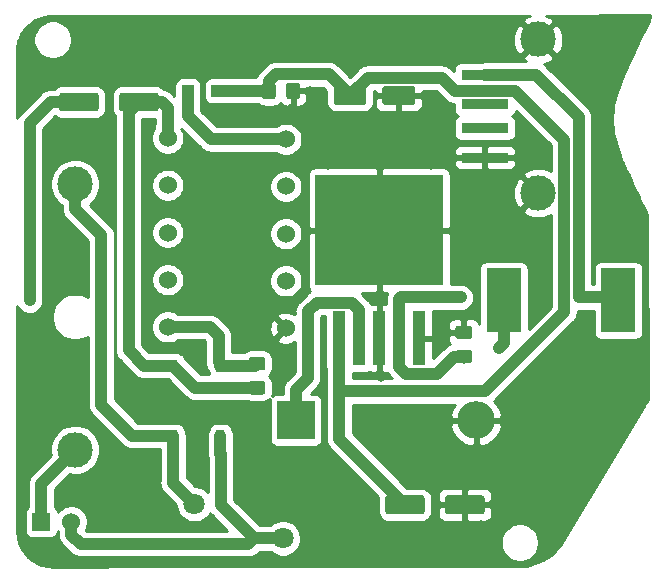
<source format=gbr>
G04 #@! TF.GenerationSoftware,KiCad,Pcbnew,(5.1.2-1)-1*
G04 #@! TF.CreationDate,2019-07-25T11:00:41+03:00*
G04 #@! TF.ProjectId,220_to_5v_charger,3232305f-746f-45f3-9576-5f6368617267,rev?*
G04 #@! TF.SameCoordinates,Original*
G04 #@! TF.FileFunction,Copper,L1,Top*
G04 #@! TF.FilePolarity,Positive*
%FSLAX46Y46*%
G04 Gerber Fmt 4.6, Leading zero omitted, Abs format (unit mm)*
G04 Created by KiCad (PCBNEW (5.1.2-1)-1) date 2019-07-25 11:00:41*
%MOMM*%
%LPD*%
G04 APERTURE LIST*
%ADD10C,1.524000*%
%ADD11C,3.000000*%
%ADD12R,4.000000X0.900000*%
%ADD13C,0.100000*%
%ADD14C,1.150000*%
%ADD15C,1.600000*%
%ADD16R,0.700000X1.000000*%
%ADD17R,1.000000X1.000000*%
%ADD18O,3.200000X3.200000*%
%ADD19R,3.200000X3.200000*%
%ADD20R,2.900000X5.400000*%
%ADD21C,1.800000*%
%ADD22R,10.800000X9.400000*%
%ADD23R,1.100000X4.600000*%
%ADD24R,1.524000X1.524000*%
%ADD25C,0.800000*%
%ADD26C,1.000000*%
%ADD27C,0.254000*%
G04 APERTURE END LIST*
D10*
X99450000Y-97100000D03*
X99450000Y-93100000D03*
X99450000Y-89100000D03*
X99450000Y-85100000D03*
X99450000Y-81100000D03*
X89450000Y-81000000D03*
X89450000Y-85000000D03*
X89450000Y-89000000D03*
X89450000Y-93000000D03*
X89450000Y-97000000D03*
D11*
X120800000Y-85650000D03*
X120800000Y-72650000D03*
D12*
X116300000Y-75650000D03*
X116300000Y-78150000D03*
X116300000Y-80150000D03*
X116300000Y-82650000D03*
D13*
G36*
X97474505Y-101576204D02*
G01*
X97498773Y-101579804D01*
X97522572Y-101585765D01*
X97545671Y-101594030D01*
X97567850Y-101604520D01*
X97588893Y-101617132D01*
X97608599Y-101631747D01*
X97626777Y-101648223D01*
X97643253Y-101666401D01*
X97657868Y-101686107D01*
X97670480Y-101707150D01*
X97680970Y-101729329D01*
X97689235Y-101752428D01*
X97695196Y-101776227D01*
X97698796Y-101800495D01*
X97700000Y-101824999D01*
X97700000Y-102475001D01*
X97698796Y-102499505D01*
X97695196Y-102523773D01*
X97689235Y-102547572D01*
X97680970Y-102570671D01*
X97670480Y-102592850D01*
X97657868Y-102613893D01*
X97643253Y-102633599D01*
X97626777Y-102651777D01*
X97608599Y-102668253D01*
X97588893Y-102682868D01*
X97567850Y-102695480D01*
X97545671Y-102705970D01*
X97522572Y-102714235D01*
X97498773Y-102720196D01*
X97474505Y-102723796D01*
X97450001Y-102725000D01*
X96549999Y-102725000D01*
X96525495Y-102723796D01*
X96501227Y-102720196D01*
X96477428Y-102714235D01*
X96454329Y-102705970D01*
X96432150Y-102695480D01*
X96411107Y-102682868D01*
X96391401Y-102668253D01*
X96373223Y-102651777D01*
X96356747Y-102633599D01*
X96342132Y-102613893D01*
X96329520Y-102592850D01*
X96319030Y-102570671D01*
X96310765Y-102547572D01*
X96304804Y-102523773D01*
X96301204Y-102499505D01*
X96300000Y-102475001D01*
X96300000Y-101824999D01*
X96301204Y-101800495D01*
X96304804Y-101776227D01*
X96310765Y-101752428D01*
X96319030Y-101729329D01*
X96329520Y-101707150D01*
X96342132Y-101686107D01*
X96356747Y-101666401D01*
X96373223Y-101648223D01*
X96391401Y-101631747D01*
X96411107Y-101617132D01*
X96432150Y-101604520D01*
X96454329Y-101594030D01*
X96477428Y-101585765D01*
X96501227Y-101579804D01*
X96525495Y-101576204D01*
X96549999Y-101575000D01*
X97450001Y-101575000D01*
X97474505Y-101576204D01*
X97474505Y-101576204D01*
G37*
D14*
X97000000Y-102150000D03*
D13*
G36*
X97474505Y-99526204D02*
G01*
X97498773Y-99529804D01*
X97522572Y-99535765D01*
X97545671Y-99544030D01*
X97567850Y-99554520D01*
X97588893Y-99567132D01*
X97608599Y-99581747D01*
X97626777Y-99598223D01*
X97643253Y-99616401D01*
X97657868Y-99636107D01*
X97670480Y-99657150D01*
X97680970Y-99679329D01*
X97689235Y-99702428D01*
X97695196Y-99726227D01*
X97698796Y-99750495D01*
X97700000Y-99774999D01*
X97700000Y-100425001D01*
X97698796Y-100449505D01*
X97695196Y-100473773D01*
X97689235Y-100497572D01*
X97680970Y-100520671D01*
X97670480Y-100542850D01*
X97657868Y-100563893D01*
X97643253Y-100583599D01*
X97626777Y-100601777D01*
X97608599Y-100618253D01*
X97588893Y-100632868D01*
X97567850Y-100645480D01*
X97545671Y-100655970D01*
X97522572Y-100664235D01*
X97498773Y-100670196D01*
X97474505Y-100673796D01*
X97450001Y-100675000D01*
X96549999Y-100675000D01*
X96525495Y-100673796D01*
X96501227Y-100670196D01*
X96477428Y-100664235D01*
X96454329Y-100655970D01*
X96432150Y-100645480D01*
X96411107Y-100632868D01*
X96391401Y-100618253D01*
X96373223Y-100601777D01*
X96356747Y-100583599D01*
X96342132Y-100563893D01*
X96329520Y-100542850D01*
X96319030Y-100520671D01*
X96310765Y-100497572D01*
X96304804Y-100473773D01*
X96301204Y-100449505D01*
X96300000Y-100425001D01*
X96300000Y-99774999D01*
X96301204Y-99750495D01*
X96304804Y-99726227D01*
X96310765Y-99702428D01*
X96319030Y-99679329D01*
X96329520Y-99657150D01*
X96342132Y-99636107D01*
X96356747Y-99616401D01*
X96373223Y-99598223D01*
X96391401Y-99581747D01*
X96411107Y-99567132D01*
X96432150Y-99554520D01*
X96454329Y-99544030D01*
X96477428Y-99535765D01*
X96501227Y-99529804D01*
X96525495Y-99526204D01*
X96549999Y-99525000D01*
X97450001Y-99525000D01*
X97474505Y-99526204D01*
X97474505Y-99526204D01*
G37*
D14*
X97000000Y-100100000D03*
D13*
G36*
X116037004Y-111251204D02*
G01*
X116061273Y-111254804D01*
X116085071Y-111260765D01*
X116108171Y-111269030D01*
X116130349Y-111279520D01*
X116151393Y-111292133D01*
X116171098Y-111306747D01*
X116189277Y-111323223D01*
X116205753Y-111341402D01*
X116220367Y-111361107D01*
X116232980Y-111382151D01*
X116243470Y-111404329D01*
X116251735Y-111427429D01*
X116257696Y-111451227D01*
X116261296Y-111475496D01*
X116262500Y-111500000D01*
X116262500Y-112600000D01*
X116261296Y-112624504D01*
X116257696Y-112648773D01*
X116251735Y-112672571D01*
X116243470Y-112695671D01*
X116232980Y-112717849D01*
X116220367Y-112738893D01*
X116205753Y-112758598D01*
X116189277Y-112776777D01*
X116171098Y-112793253D01*
X116151393Y-112807867D01*
X116130349Y-112820480D01*
X116108171Y-112830970D01*
X116085071Y-112839235D01*
X116061273Y-112845196D01*
X116037004Y-112848796D01*
X116012500Y-112850000D01*
X113187500Y-112850000D01*
X113162996Y-112848796D01*
X113138727Y-112845196D01*
X113114929Y-112839235D01*
X113091829Y-112830970D01*
X113069651Y-112820480D01*
X113048607Y-112807867D01*
X113028902Y-112793253D01*
X113010723Y-112776777D01*
X112994247Y-112758598D01*
X112979633Y-112738893D01*
X112967020Y-112717849D01*
X112956530Y-112695671D01*
X112948265Y-112672571D01*
X112942304Y-112648773D01*
X112938704Y-112624504D01*
X112937500Y-112600000D01*
X112937500Y-111500000D01*
X112938704Y-111475496D01*
X112942304Y-111451227D01*
X112948265Y-111427429D01*
X112956530Y-111404329D01*
X112967020Y-111382151D01*
X112979633Y-111361107D01*
X112994247Y-111341402D01*
X113010723Y-111323223D01*
X113028902Y-111306747D01*
X113048607Y-111292133D01*
X113069651Y-111279520D01*
X113091829Y-111269030D01*
X113114929Y-111260765D01*
X113138727Y-111254804D01*
X113162996Y-111251204D01*
X113187500Y-111250000D01*
X116012500Y-111250000D01*
X116037004Y-111251204D01*
X116037004Y-111251204D01*
G37*
D15*
X114600000Y-112050000D03*
D13*
G36*
X110962004Y-111251204D02*
G01*
X110986273Y-111254804D01*
X111010071Y-111260765D01*
X111033171Y-111269030D01*
X111055349Y-111279520D01*
X111076393Y-111292133D01*
X111096098Y-111306747D01*
X111114277Y-111323223D01*
X111130753Y-111341402D01*
X111145367Y-111361107D01*
X111157980Y-111382151D01*
X111168470Y-111404329D01*
X111176735Y-111427429D01*
X111182696Y-111451227D01*
X111186296Y-111475496D01*
X111187500Y-111500000D01*
X111187500Y-112600000D01*
X111186296Y-112624504D01*
X111182696Y-112648773D01*
X111176735Y-112672571D01*
X111168470Y-112695671D01*
X111157980Y-112717849D01*
X111145367Y-112738893D01*
X111130753Y-112758598D01*
X111114277Y-112776777D01*
X111096098Y-112793253D01*
X111076393Y-112807867D01*
X111055349Y-112820480D01*
X111033171Y-112830970D01*
X111010071Y-112839235D01*
X110986273Y-112845196D01*
X110962004Y-112848796D01*
X110937500Y-112850000D01*
X108112500Y-112850000D01*
X108087996Y-112848796D01*
X108063727Y-112845196D01*
X108039929Y-112839235D01*
X108016829Y-112830970D01*
X107994651Y-112820480D01*
X107973607Y-112807867D01*
X107953902Y-112793253D01*
X107935723Y-112776777D01*
X107919247Y-112758598D01*
X107904633Y-112738893D01*
X107892020Y-112717849D01*
X107881530Y-112695671D01*
X107873265Y-112672571D01*
X107867304Y-112648773D01*
X107863704Y-112624504D01*
X107862500Y-112600000D01*
X107862500Y-111500000D01*
X107863704Y-111475496D01*
X107867304Y-111451227D01*
X107873265Y-111427429D01*
X107881530Y-111404329D01*
X107892020Y-111382151D01*
X107904633Y-111361107D01*
X107919247Y-111341402D01*
X107935723Y-111323223D01*
X107953902Y-111306747D01*
X107973607Y-111292133D01*
X107994651Y-111279520D01*
X108016829Y-111269030D01*
X108039929Y-111260765D01*
X108063727Y-111254804D01*
X108087996Y-111251204D01*
X108112500Y-111250000D01*
X110937500Y-111250000D01*
X110962004Y-111251204D01*
X110962004Y-111251204D01*
G37*
D15*
X109525000Y-112050000D03*
D13*
G36*
X100399505Y-76301204D02*
G01*
X100423773Y-76304804D01*
X100447572Y-76310765D01*
X100470671Y-76319030D01*
X100492850Y-76329520D01*
X100513893Y-76342132D01*
X100533599Y-76356747D01*
X100551777Y-76373223D01*
X100568253Y-76391401D01*
X100582868Y-76411107D01*
X100595480Y-76432150D01*
X100605970Y-76454329D01*
X100614235Y-76477428D01*
X100620196Y-76501227D01*
X100623796Y-76525495D01*
X100625000Y-76549999D01*
X100625000Y-77450001D01*
X100623796Y-77474505D01*
X100620196Y-77498773D01*
X100614235Y-77522572D01*
X100605970Y-77545671D01*
X100595480Y-77567850D01*
X100582868Y-77588893D01*
X100568253Y-77608599D01*
X100551777Y-77626777D01*
X100533599Y-77643253D01*
X100513893Y-77657868D01*
X100492850Y-77670480D01*
X100470671Y-77680970D01*
X100447572Y-77689235D01*
X100423773Y-77695196D01*
X100399505Y-77698796D01*
X100375001Y-77700000D01*
X99724999Y-77700000D01*
X99700495Y-77698796D01*
X99676227Y-77695196D01*
X99652428Y-77689235D01*
X99629329Y-77680970D01*
X99607150Y-77670480D01*
X99586107Y-77657868D01*
X99566401Y-77643253D01*
X99548223Y-77626777D01*
X99531747Y-77608599D01*
X99517132Y-77588893D01*
X99504520Y-77567850D01*
X99494030Y-77545671D01*
X99485765Y-77522572D01*
X99479804Y-77498773D01*
X99476204Y-77474505D01*
X99475000Y-77450001D01*
X99475000Y-76549999D01*
X99476204Y-76525495D01*
X99479804Y-76501227D01*
X99485765Y-76477428D01*
X99494030Y-76454329D01*
X99504520Y-76432150D01*
X99517132Y-76411107D01*
X99531747Y-76391401D01*
X99548223Y-76373223D01*
X99566401Y-76356747D01*
X99586107Y-76342132D01*
X99607150Y-76329520D01*
X99629329Y-76319030D01*
X99652428Y-76310765D01*
X99676227Y-76304804D01*
X99700495Y-76301204D01*
X99724999Y-76300000D01*
X100375001Y-76300000D01*
X100399505Y-76301204D01*
X100399505Y-76301204D01*
G37*
D14*
X100050000Y-77000000D03*
D13*
G36*
X98349505Y-76301204D02*
G01*
X98373773Y-76304804D01*
X98397572Y-76310765D01*
X98420671Y-76319030D01*
X98442850Y-76329520D01*
X98463893Y-76342132D01*
X98483599Y-76356747D01*
X98501777Y-76373223D01*
X98518253Y-76391401D01*
X98532868Y-76411107D01*
X98545480Y-76432150D01*
X98555970Y-76454329D01*
X98564235Y-76477428D01*
X98570196Y-76501227D01*
X98573796Y-76525495D01*
X98575000Y-76549999D01*
X98575000Y-77450001D01*
X98573796Y-77474505D01*
X98570196Y-77498773D01*
X98564235Y-77522572D01*
X98555970Y-77545671D01*
X98545480Y-77567850D01*
X98532868Y-77588893D01*
X98518253Y-77608599D01*
X98501777Y-77626777D01*
X98483599Y-77643253D01*
X98463893Y-77657868D01*
X98442850Y-77670480D01*
X98420671Y-77680970D01*
X98397572Y-77689235D01*
X98373773Y-77695196D01*
X98349505Y-77698796D01*
X98325001Y-77700000D01*
X97674999Y-77700000D01*
X97650495Y-77698796D01*
X97626227Y-77695196D01*
X97602428Y-77689235D01*
X97579329Y-77680970D01*
X97557150Y-77670480D01*
X97536107Y-77657868D01*
X97516401Y-77643253D01*
X97498223Y-77626777D01*
X97481747Y-77608599D01*
X97467132Y-77588893D01*
X97454520Y-77567850D01*
X97444030Y-77545671D01*
X97435765Y-77522572D01*
X97429804Y-77498773D01*
X97426204Y-77474505D01*
X97425000Y-77450001D01*
X97425000Y-76549999D01*
X97426204Y-76525495D01*
X97429804Y-76501227D01*
X97435765Y-76477428D01*
X97444030Y-76454329D01*
X97454520Y-76432150D01*
X97467132Y-76411107D01*
X97481747Y-76391401D01*
X97498223Y-76373223D01*
X97516401Y-76356747D01*
X97536107Y-76342132D01*
X97557150Y-76329520D01*
X97579329Y-76319030D01*
X97602428Y-76310765D01*
X97626227Y-76304804D01*
X97650495Y-76301204D01*
X97674999Y-76300000D01*
X98325001Y-76300000D01*
X98349505Y-76301204D01*
X98349505Y-76301204D01*
G37*
D14*
X98000000Y-77000000D03*
D13*
G36*
X114974505Y-96876204D02*
G01*
X114998773Y-96879804D01*
X115022572Y-96885765D01*
X115045671Y-96894030D01*
X115067850Y-96904520D01*
X115088893Y-96917132D01*
X115108599Y-96931747D01*
X115126777Y-96948223D01*
X115143253Y-96966401D01*
X115157868Y-96986107D01*
X115170480Y-97007150D01*
X115180970Y-97029329D01*
X115189235Y-97052428D01*
X115195196Y-97076227D01*
X115198796Y-97100495D01*
X115200000Y-97124999D01*
X115200000Y-97775001D01*
X115198796Y-97799505D01*
X115195196Y-97823773D01*
X115189235Y-97847572D01*
X115180970Y-97870671D01*
X115170480Y-97892850D01*
X115157868Y-97913893D01*
X115143253Y-97933599D01*
X115126777Y-97951777D01*
X115108599Y-97968253D01*
X115088893Y-97982868D01*
X115067850Y-97995480D01*
X115045671Y-98005970D01*
X115022572Y-98014235D01*
X114998773Y-98020196D01*
X114974505Y-98023796D01*
X114950001Y-98025000D01*
X114049999Y-98025000D01*
X114025495Y-98023796D01*
X114001227Y-98020196D01*
X113977428Y-98014235D01*
X113954329Y-98005970D01*
X113932150Y-97995480D01*
X113911107Y-97982868D01*
X113891401Y-97968253D01*
X113873223Y-97951777D01*
X113856747Y-97933599D01*
X113842132Y-97913893D01*
X113829520Y-97892850D01*
X113819030Y-97870671D01*
X113810765Y-97847572D01*
X113804804Y-97823773D01*
X113801204Y-97799505D01*
X113800000Y-97775001D01*
X113800000Y-97124999D01*
X113801204Y-97100495D01*
X113804804Y-97076227D01*
X113810765Y-97052428D01*
X113819030Y-97029329D01*
X113829520Y-97007150D01*
X113842132Y-96986107D01*
X113856747Y-96966401D01*
X113873223Y-96948223D01*
X113891401Y-96931747D01*
X113911107Y-96917132D01*
X113932150Y-96904520D01*
X113954329Y-96894030D01*
X113977428Y-96885765D01*
X114001227Y-96879804D01*
X114025495Y-96876204D01*
X114049999Y-96875000D01*
X114950001Y-96875000D01*
X114974505Y-96876204D01*
X114974505Y-96876204D01*
G37*
D14*
X114500000Y-97450000D03*
D13*
G36*
X114974505Y-98926204D02*
G01*
X114998773Y-98929804D01*
X115022572Y-98935765D01*
X115045671Y-98944030D01*
X115067850Y-98954520D01*
X115088893Y-98967132D01*
X115108599Y-98981747D01*
X115126777Y-98998223D01*
X115143253Y-99016401D01*
X115157868Y-99036107D01*
X115170480Y-99057150D01*
X115180970Y-99079329D01*
X115189235Y-99102428D01*
X115195196Y-99126227D01*
X115198796Y-99150495D01*
X115200000Y-99174999D01*
X115200000Y-99825001D01*
X115198796Y-99849505D01*
X115195196Y-99873773D01*
X115189235Y-99897572D01*
X115180970Y-99920671D01*
X115170480Y-99942850D01*
X115157868Y-99963893D01*
X115143253Y-99983599D01*
X115126777Y-100001777D01*
X115108599Y-100018253D01*
X115088893Y-100032868D01*
X115067850Y-100045480D01*
X115045671Y-100055970D01*
X115022572Y-100064235D01*
X114998773Y-100070196D01*
X114974505Y-100073796D01*
X114950001Y-100075000D01*
X114049999Y-100075000D01*
X114025495Y-100073796D01*
X114001227Y-100070196D01*
X113977428Y-100064235D01*
X113954329Y-100055970D01*
X113932150Y-100045480D01*
X113911107Y-100032868D01*
X113891401Y-100018253D01*
X113873223Y-100001777D01*
X113856747Y-99983599D01*
X113842132Y-99963893D01*
X113829520Y-99942850D01*
X113819030Y-99920671D01*
X113810765Y-99897572D01*
X113804804Y-99873773D01*
X113801204Y-99849505D01*
X113800000Y-99825001D01*
X113800000Y-99174999D01*
X113801204Y-99150495D01*
X113804804Y-99126227D01*
X113810765Y-99102428D01*
X113819030Y-99079329D01*
X113829520Y-99057150D01*
X113842132Y-99036107D01*
X113856747Y-99016401D01*
X113873223Y-98998223D01*
X113891401Y-98981747D01*
X113911107Y-98967132D01*
X113932150Y-98954520D01*
X113954329Y-98944030D01*
X113977428Y-98935765D01*
X114001227Y-98929804D01*
X114025495Y-98926204D01*
X114049999Y-98925000D01*
X114950001Y-98925000D01*
X114974505Y-98926204D01*
X114974505Y-98926204D01*
G37*
D14*
X114500000Y-99500000D03*
D13*
G36*
X110162004Y-76601204D02*
G01*
X110186273Y-76604804D01*
X110210071Y-76610765D01*
X110233171Y-76619030D01*
X110255349Y-76629520D01*
X110276393Y-76642133D01*
X110296098Y-76656747D01*
X110314277Y-76673223D01*
X110330753Y-76691402D01*
X110345367Y-76711107D01*
X110357980Y-76732151D01*
X110368470Y-76754329D01*
X110376735Y-76777429D01*
X110382696Y-76801227D01*
X110386296Y-76825496D01*
X110387500Y-76850000D01*
X110387500Y-77950000D01*
X110386296Y-77974504D01*
X110382696Y-77998773D01*
X110376735Y-78022571D01*
X110368470Y-78045671D01*
X110357980Y-78067849D01*
X110345367Y-78088893D01*
X110330753Y-78108598D01*
X110314277Y-78126777D01*
X110296098Y-78143253D01*
X110276393Y-78157867D01*
X110255349Y-78170480D01*
X110233171Y-78180970D01*
X110210071Y-78189235D01*
X110186273Y-78195196D01*
X110162004Y-78198796D01*
X110137500Y-78200000D01*
X107862500Y-78200000D01*
X107837996Y-78198796D01*
X107813727Y-78195196D01*
X107789929Y-78189235D01*
X107766829Y-78180970D01*
X107744651Y-78170480D01*
X107723607Y-78157867D01*
X107703902Y-78143253D01*
X107685723Y-78126777D01*
X107669247Y-78108598D01*
X107654633Y-78088893D01*
X107642020Y-78067849D01*
X107631530Y-78045671D01*
X107623265Y-78022571D01*
X107617304Y-77998773D01*
X107613704Y-77974504D01*
X107612500Y-77950000D01*
X107612500Y-76850000D01*
X107613704Y-76825496D01*
X107617304Y-76801227D01*
X107623265Y-76777429D01*
X107631530Y-76754329D01*
X107642020Y-76732151D01*
X107654633Y-76711107D01*
X107669247Y-76691402D01*
X107685723Y-76673223D01*
X107703902Y-76656747D01*
X107723607Y-76642133D01*
X107744651Y-76629520D01*
X107766829Y-76619030D01*
X107789929Y-76610765D01*
X107813727Y-76604804D01*
X107837996Y-76601204D01*
X107862500Y-76600000D01*
X110137500Y-76600000D01*
X110162004Y-76601204D01*
X110162004Y-76601204D01*
G37*
D15*
X109000000Y-77400000D03*
D13*
G36*
X106037004Y-76601204D02*
G01*
X106061273Y-76604804D01*
X106085071Y-76610765D01*
X106108171Y-76619030D01*
X106130349Y-76629520D01*
X106151393Y-76642133D01*
X106171098Y-76656747D01*
X106189277Y-76673223D01*
X106205753Y-76691402D01*
X106220367Y-76711107D01*
X106232980Y-76732151D01*
X106243470Y-76754329D01*
X106251735Y-76777429D01*
X106257696Y-76801227D01*
X106261296Y-76825496D01*
X106262500Y-76850000D01*
X106262500Y-77950000D01*
X106261296Y-77974504D01*
X106257696Y-77998773D01*
X106251735Y-78022571D01*
X106243470Y-78045671D01*
X106232980Y-78067849D01*
X106220367Y-78088893D01*
X106205753Y-78108598D01*
X106189277Y-78126777D01*
X106171098Y-78143253D01*
X106151393Y-78157867D01*
X106130349Y-78170480D01*
X106108171Y-78180970D01*
X106085071Y-78189235D01*
X106061273Y-78195196D01*
X106037004Y-78198796D01*
X106012500Y-78200000D01*
X103737500Y-78200000D01*
X103712996Y-78198796D01*
X103688727Y-78195196D01*
X103664929Y-78189235D01*
X103641829Y-78180970D01*
X103619651Y-78170480D01*
X103598607Y-78157867D01*
X103578902Y-78143253D01*
X103560723Y-78126777D01*
X103544247Y-78108598D01*
X103529633Y-78088893D01*
X103517020Y-78067849D01*
X103506530Y-78045671D01*
X103498265Y-78022571D01*
X103492304Y-77998773D01*
X103488704Y-77974504D01*
X103487500Y-77950000D01*
X103487500Y-76850000D01*
X103488704Y-76825496D01*
X103492304Y-76801227D01*
X103498265Y-76777429D01*
X103506530Y-76754329D01*
X103517020Y-76732151D01*
X103529633Y-76711107D01*
X103544247Y-76691402D01*
X103560723Y-76673223D01*
X103578902Y-76656747D01*
X103598607Y-76642133D01*
X103619651Y-76629520D01*
X103641829Y-76619030D01*
X103664929Y-76610765D01*
X103688727Y-76604804D01*
X103712996Y-76601204D01*
X103737500Y-76600000D01*
X106012500Y-76600000D01*
X106037004Y-76601204D01*
X106037004Y-76601204D01*
G37*
D15*
X104875000Y-77400000D03*
D13*
G36*
X88437004Y-77151204D02*
G01*
X88461273Y-77154804D01*
X88485071Y-77160765D01*
X88508171Y-77169030D01*
X88530349Y-77179520D01*
X88551393Y-77192133D01*
X88571098Y-77206747D01*
X88589277Y-77223223D01*
X88605753Y-77241402D01*
X88620367Y-77261107D01*
X88632980Y-77282151D01*
X88643470Y-77304329D01*
X88651735Y-77327429D01*
X88657696Y-77351227D01*
X88661296Y-77375496D01*
X88662500Y-77400000D01*
X88662500Y-78500000D01*
X88661296Y-78524504D01*
X88657696Y-78548773D01*
X88651735Y-78572571D01*
X88643470Y-78595671D01*
X88632980Y-78617849D01*
X88620367Y-78638893D01*
X88605753Y-78658598D01*
X88589277Y-78676777D01*
X88571098Y-78693253D01*
X88551393Y-78707867D01*
X88530349Y-78720480D01*
X88508171Y-78730970D01*
X88485071Y-78739235D01*
X88461273Y-78745196D01*
X88437004Y-78748796D01*
X88412500Y-78750000D01*
X85587500Y-78750000D01*
X85562996Y-78748796D01*
X85538727Y-78745196D01*
X85514929Y-78739235D01*
X85491829Y-78730970D01*
X85469651Y-78720480D01*
X85448607Y-78707867D01*
X85428902Y-78693253D01*
X85410723Y-78676777D01*
X85394247Y-78658598D01*
X85379633Y-78638893D01*
X85367020Y-78617849D01*
X85356530Y-78595671D01*
X85348265Y-78572571D01*
X85342304Y-78548773D01*
X85338704Y-78524504D01*
X85337500Y-78500000D01*
X85337500Y-77400000D01*
X85338704Y-77375496D01*
X85342304Y-77351227D01*
X85348265Y-77327429D01*
X85356530Y-77304329D01*
X85367020Y-77282151D01*
X85379633Y-77261107D01*
X85394247Y-77241402D01*
X85410723Y-77223223D01*
X85428902Y-77206747D01*
X85448607Y-77192133D01*
X85469651Y-77179520D01*
X85491829Y-77169030D01*
X85514929Y-77160765D01*
X85538727Y-77154804D01*
X85562996Y-77151204D01*
X85587500Y-77150000D01*
X88412500Y-77150000D01*
X88437004Y-77151204D01*
X88437004Y-77151204D01*
G37*
D15*
X87000000Y-77950000D03*
D13*
G36*
X83362004Y-77151204D02*
G01*
X83386273Y-77154804D01*
X83410071Y-77160765D01*
X83433171Y-77169030D01*
X83455349Y-77179520D01*
X83476393Y-77192133D01*
X83496098Y-77206747D01*
X83514277Y-77223223D01*
X83530753Y-77241402D01*
X83545367Y-77261107D01*
X83557980Y-77282151D01*
X83568470Y-77304329D01*
X83576735Y-77327429D01*
X83582696Y-77351227D01*
X83586296Y-77375496D01*
X83587500Y-77400000D01*
X83587500Y-78500000D01*
X83586296Y-78524504D01*
X83582696Y-78548773D01*
X83576735Y-78572571D01*
X83568470Y-78595671D01*
X83557980Y-78617849D01*
X83545367Y-78638893D01*
X83530753Y-78658598D01*
X83514277Y-78676777D01*
X83496098Y-78693253D01*
X83476393Y-78707867D01*
X83455349Y-78720480D01*
X83433171Y-78730970D01*
X83410071Y-78739235D01*
X83386273Y-78745196D01*
X83362004Y-78748796D01*
X83337500Y-78750000D01*
X80512500Y-78750000D01*
X80487996Y-78748796D01*
X80463727Y-78745196D01*
X80439929Y-78739235D01*
X80416829Y-78730970D01*
X80394651Y-78720480D01*
X80373607Y-78707867D01*
X80353902Y-78693253D01*
X80335723Y-78676777D01*
X80319247Y-78658598D01*
X80304633Y-78638893D01*
X80292020Y-78617849D01*
X80281530Y-78595671D01*
X80273265Y-78572571D01*
X80267304Y-78548773D01*
X80263704Y-78524504D01*
X80262500Y-78500000D01*
X80262500Y-77400000D01*
X80263704Y-77375496D01*
X80267304Y-77351227D01*
X80273265Y-77327429D01*
X80281530Y-77304329D01*
X80292020Y-77282151D01*
X80304633Y-77261107D01*
X80319247Y-77241402D01*
X80335723Y-77223223D01*
X80353902Y-77206747D01*
X80373607Y-77192133D01*
X80394651Y-77179520D01*
X80416829Y-77169030D01*
X80439929Y-77160765D01*
X80463727Y-77154804D01*
X80487996Y-77151204D01*
X80512500Y-77150000D01*
X83337500Y-77150000D01*
X83362004Y-77151204D01*
X83362004Y-77151204D01*
G37*
D15*
X81925000Y-77950000D03*
D16*
X93900000Y-106225000D03*
X89900000Y-106225000D03*
X89900000Y-100275000D03*
X93900000Y-100275000D03*
D17*
X91150000Y-77000000D03*
X93650000Y-77000000D03*
D18*
X115540000Y-104900000D03*
D19*
X100300000Y-104900000D03*
D11*
X81600000Y-107400000D03*
X81600000Y-84900000D03*
D20*
X117900000Y-94750000D03*
X127600000Y-94750000D03*
D21*
X99200000Y-114900000D03*
X91700000Y-112000000D03*
D22*
X107350000Y-88800000D03*
D23*
X110750000Y-97950000D03*
X109050000Y-97950000D03*
X107350000Y-97950000D03*
X105650000Y-97950000D03*
X103950000Y-97950000D03*
D24*
X78730000Y-113500000D03*
D10*
X81270000Y-113500000D03*
D25*
X100000000Y-78500000D03*
X101500000Y-77000000D03*
X111500000Y-77500000D03*
X109000000Y-79250000D03*
X116000000Y-110250000D03*
X116000000Y-113750000D03*
X117000000Y-112000000D03*
X107500000Y-94750000D03*
X107500000Y-101250000D03*
X114500000Y-96000000D03*
X103000000Y-83250000D03*
X111750000Y-83250000D03*
X102000000Y-116500000D03*
X104250000Y-116500000D03*
X106000000Y-116500000D03*
X108250000Y-116500000D03*
X110500000Y-116500000D03*
X113000000Y-116500000D03*
X115250000Y-116500000D03*
X117500000Y-116500000D03*
X124750000Y-71250000D03*
X127000000Y-71250000D03*
X129000000Y-71250000D03*
X128250000Y-73500000D03*
X127000000Y-76000000D03*
X126500000Y-78750000D03*
X126750000Y-81250000D03*
X127250000Y-83750000D03*
X127750000Y-85250000D03*
X128750000Y-87000000D03*
X129500000Y-88750000D03*
X114250000Y-94500000D03*
X124250000Y-94500000D03*
X117500000Y-98750000D03*
X77750000Y-94750000D03*
D26*
X109525000Y-112050000D02*
X103950000Y-106475000D01*
X103950000Y-102450000D02*
X103950000Y-97950000D01*
X103950000Y-106475000D02*
X103950000Y-102450000D01*
X93650000Y-77000000D02*
X98000000Y-77000000D01*
X98000000Y-76200000D02*
X98000000Y-77000000D01*
X98600010Y-75599990D02*
X98000000Y-76200000D01*
X103074990Y-75599990D02*
X98600010Y-75599990D01*
X104875000Y-77400000D02*
X103074990Y-75599990D01*
X123000001Y-81139999D02*
X123000001Y-95749999D01*
X116300000Y-102450000D02*
X103950000Y-102450000D01*
X118860001Y-76999999D02*
X123000001Y-81139999D01*
X113739999Y-76999999D02*
X118860001Y-76999999D01*
X112639990Y-75899990D02*
X113739999Y-76999999D01*
X123000001Y-95749999D02*
X116300000Y-102450000D01*
X106375010Y-75899990D02*
X112639990Y-75899990D01*
X104875000Y-77400000D02*
X106375010Y-75899990D01*
X112249999Y-100950001D02*
X109639999Y-100950001D01*
X113700000Y-99500000D02*
X112249999Y-100950001D01*
X109050000Y-100360002D02*
X109050000Y-97950000D01*
X109639999Y-100950001D02*
X109050000Y-100360002D01*
X114500000Y-99500000D02*
X113700000Y-99500000D01*
X109200000Y-94500000D02*
X114250000Y-94500000D01*
X109050000Y-94650000D02*
X109200000Y-94500000D01*
X109050000Y-97950000D02*
X109050000Y-94650000D01*
X127250000Y-94500000D02*
X127700000Y-94950000D01*
X124250000Y-94500000D02*
X127250000Y-94500000D01*
X116300000Y-75650000D02*
X120650000Y-75650000D01*
X124250000Y-79250000D02*
X124250000Y-94500000D01*
X120650000Y-75650000D02*
X124250000Y-79250000D01*
X91700000Y-112000000D02*
X89875000Y-110175000D01*
X89900000Y-110150000D02*
X89900000Y-106225000D01*
X89875000Y-110175000D02*
X89900000Y-110150000D01*
X81600000Y-87021320D02*
X83825000Y-89246320D01*
X81600000Y-84900000D02*
X81600000Y-87021320D01*
X83825000Y-89246320D02*
X83825000Y-103600000D01*
X86450000Y-106225000D02*
X89900000Y-106225000D01*
X83825000Y-103600000D02*
X86450000Y-106225000D01*
X93900000Y-107725000D02*
X93950000Y-107775000D01*
X93900000Y-106225000D02*
X93900000Y-107725000D01*
X96750000Y-114900000D02*
X99200000Y-114900000D01*
X93950000Y-112100000D02*
X96750000Y-114900000D01*
X93950000Y-107775000D02*
X93950000Y-112100000D01*
X81270000Y-114577630D02*
X82067370Y-115375000D01*
X81270000Y-113500000D02*
X81270000Y-114577630D01*
X96275000Y-115375000D02*
X96750000Y-114900000D01*
X82067370Y-115375000D02*
X96275000Y-115375000D01*
X105060001Y-94949999D02*
X102050001Y-94949999D01*
X105650000Y-95539998D02*
X105060001Y-94949999D01*
X105650000Y-97950000D02*
X105650000Y-95539998D01*
X100300000Y-102300000D02*
X100300000Y-104900000D01*
X101312001Y-101287999D02*
X100300000Y-102300000D01*
X101312001Y-95687999D02*
X101312001Y-101287999D01*
X102050001Y-94949999D02*
X101312001Y-95687999D01*
X117900000Y-98350000D02*
X117500000Y-98750000D01*
X117900000Y-94750000D02*
X117900000Y-98350000D01*
X81600000Y-107400000D02*
X78725000Y-110275000D01*
X78730000Y-110280000D02*
X78730000Y-113500000D01*
X78725000Y-110275000D02*
X78730000Y-110280000D01*
X96825000Y-100275000D02*
X97000000Y-100100000D01*
X93900000Y-100275000D02*
X96825000Y-100275000D01*
X93900000Y-100125000D02*
X93750000Y-99975000D01*
X93900000Y-100275000D02*
X93900000Y-100125000D01*
X93750000Y-99975000D02*
X93750000Y-97750000D01*
X93000000Y-97000000D02*
X89450000Y-97000000D01*
X93750000Y-97750000D02*
X93000000Y-97000000D01*
X81925000Y-77950000D02*
X79550000Y-77950000D01*
X77750000Y-79750000D02*
X77750000Y-94750000D01*
X79550000Y-77950000D02*
X77750000Y-79750000D01*
X86125000Y-78825000D02*
X87000000Y-77950000D01*
X86125000Y-98975000D02*
X86125000Y-78825000D01*
X87425000Y-100275000D02*
X86125000Y-98975000D01*
X89900000Y-100275000D02*
X87425000Y-100275000D01*
X91775000Y-102150000D02*
X97000000Y-102150000D01*
X89900000Y-100275000D02*
X91775000Y-102150000D01*
X89450000Y-79922370D02*
X89500000Y-79872370D01*
X89450000Y-81000000D02*
X89450000Y-79922370D01*
X89500000Y-79872370D02*
X89500000Y-78500000D01*
X88950000Y-77950000D02*
X87000000Y-77950000D01*
X89500000Y-78500000D02*
X88950000Y-77950000D01*
X91150000Y-77000000D02*
X91150000Y-79150000D01*
X93100000Y-81100000D02*
X99450000Y-81100000D01*
X91150000Y-79150000D02*
X93100000Y-81100000D01*
D27*
G36*
X130164238Y-71052673D02*
G01*
X130095759Y-71223871D01*
X129910037Y-71641746D01*
X129278009Y-72857185D01*
X129269096Y-72872470D01*
X129261922Y-72888123D01*
X129253986Y-72903384D01*
X129247407Y-72919792D01*
X128719098Y-74072467D01*
X128719096Y-74072470D01*
X128159356Y-75293722D01*
X128148930Y-75314652D01*
X128144829Y-75325416D01*
X128140033Y-75335881D01*
X128132426Y-75357975D01*
X127743585Y-76378682D01*
X127737464Y-76392392D01*
X127731175Y-76411258D01*
X127724098Y-76429836D01*
X127720155Y-76444319D01*
X127431752Y-77309529D01*
X127425237Y-77326369D01*
X127420730Y-77342593D01*
X127415406Y-77358566D01*
X127411402Y-77376174D01*
X127173142Y-78233913D01*
X127158556Y-78274232D01*
X127149229Y-78335629D01*
X127138549Y-78396829D01*
X127139560Y-78439697D01*
X127094526Y-79295351D01*
X127093925Y-79297786D01*
X127090851Y-79365173D01*
X127089149Y-79397513D01*
X127089262Y-79400000D01*
X127089149Y-79402487D01*
X127090851Y-79434827D01*
X127093925Y-79502214D01*
X127094526Y-79504649D01*
X127139753Y-80363957D01*
X127139134Y-80410485D01*
X127149775Y-80467962D01*
X127158556Y-80525768D01*
X127174387Y-80569530D01*
X127803747Y-82748084D01*
X127806351Y-82766852D01*
X127823112Y-82815119D01*
X127827573Y-82830560D01*
X127834557Y-82848077D01*
X127840734Y-82865864D01*
X127847458Y-82880432D01*
X127866391Y-82927918D01*
X127876714Y-82943821D01*
X128145392Y-83525955D01*
X128149360Y-83536326D01*
X128159993Y-83557593D01*
X128169965Y-83579198D01*
X128175588Y-83588782D01*
X128455631Y-84148871D01*
X128739441Y-84811093D01*
X128744437Y-84824869D01*
X128753172Y-84843134D01*
X128761146Y-84861739D01*
X128768209Y-84874574D01*
X129299436Y-85985321D01*
X129466312Y-86402510D01*
X129467096Y-86406473D01*
X129492266Y-86467395D01*
X129503735Y-86496069D01*
X129505583Y-86499631D01*
X129507117Y-86503343D01*
X129521663Y-86530617D01*
X129552012Y-86589100D01*
X129554535Y-86592252D01*
X129911537Y-87261629D01*
X130040476Y-87551742D01*
X130089637Y-103135875D01*
X130059103Y-103227475D01*
X129774180Y-103634508D01*
X129759390Y-103654403D01*
X129754154Y-103663117D01*
X129748345Y-103671415D01*
X129736232Y-103692940D01*
X123205372Y-114561093D01*
X123200852Y-114567460D01*
X123187410Y-114590983D01*
X123173463Y-114614193D01*
X123170118Y-114621244D01*
X122995682Y-114926508D01*
X122724615Y-115333109D01*
X122230901Y-115961474D01*
X121861344Y-116289970D01*
X121174040Y-116762492D01*
X120574621Y-116976571D01*
X119867047Y-117197688D01*
X119274687Y-117240000D01*
X89132987Y-117240000D01*
X89131119Y-117239826D01*
X89098233Y-117240000D01*
X89065123Y-117240000D01*
X89063243Y-117240185D01*
X79687446Y-117289792D01*
X79313873Y-117248284D01*
X78720924Y-117121224D01*
X78353080Y-116957737D01*
X77948989Y-116755692D01*
X77635331Y-116481240D01*
X77313850Y-116159759D01*
X77079629Y-115769392D01*
X76875814Y-115321001D01*
X76751979Y-114784382D01*
X76710000Y-114364590D01*
X76710000Y-112738000D01*
X77329928Y-112738000D01*
X77329928Y-114262000D01*
X77342188Y-114386482D01*
X77378498Y-114506180D01*
X77437463Y-114616494D01*
X77516815Y-114713185D01*
X77613506Y-114792537D01*
X77723820Y-114851502D01*
X77843518Y-114887812D01*
X77968000Y-114900072D01*
X79492000Y-114900072D01*
X79616482Y-114887812D01*
X79736180Y-114851502D01*
X79846494Y-114792537D01*
X79943185Y-114713185D01*
X80022537Y-114616494D01*
X80081502Y-114506180D01*
X80117812Y-114386482D01*
X80126080Y-114302535D01*
X80135000Y-114315884D01*
X80135000Y-114521879D01*
X80129509Y-114577630D01*
X80135000Y-114633381D01*
X80135000Y-114633382D01*
X80151423Y-114800129D01*
X80216324Y-115014077D01*
X80321717Y-115211253D01*
X80463552Y-115384079D01*
X80506860Y-115419621D01*
X81225378Y-116138140D01*
X81260921Y-116181449D01*
X81433747Y-116323284D01*
X81630923Y-116428676D01*
X81844871Y-116493577D01*
X82011618Y-116510000D01*
X82011627Y-116510000D01*
X82067369Y-116515490D01*
X82123111Y-116510000D01*
X96219249Y-116510000D01*
X96275000Y-116515491D01*
X96330751Y-116510000D01*
X96330752Y-116510000D01*
X96497499Y-116493577D01*
X96711447Y-116428676D01*
X96908623Y-116323284D01*
X97081449Y-116181449D01*
X97116996Y-116138135D01*
X97220131Y-116035000D01*
X98164183Y-116035000D01*
X98221495Y-116092312D01*
X98472905Y-116260299D01*
X98752257Y-116376011D01*
X99048816Y-116435000D01*
X99351184Y-116435000D01*
X99647743Y-116376011D01*
X99927095Y-116260299D01*
X100178505Y-116092312D01*
X100392312Y-115878505D01*
X100560299Y-115627095D01*
X100676011Y-115347743D01*
X100727484Y-115088967D01*
X117615000Y-115088967D01*
X117615000Y-115411033D01*
X117677832Y-115726912D01*
X117801082Y-116024463D01*
X117980013Y-116292252D01*
X118207748Y-116519987D01*
X118475537Y-116698918D01*
X118773088Y-116822168D01*
X119088967Y-116885000D01*
X119411033Y-116885000D01*
X119726912Y-116822168D01*
X120024463Y-116698918D01*
X120292252Y-116519987D01*
X120519987Y-116292252D01*
X120698918Y-116024463D01*
X120822168Y-115726912D01*
X120885000Y-115411033D01*
X120885000Y-115088967D01*
X120822168Y-114773088D01*
X120698918Y-114475537D01*
X120519987Y-114207748D01*
X120292252Y-113980013D01*
X120024463Y-113801082D01*
X119726912Y-113677832D01*
X119411033Y-113615000D01*
X119088967Y-113615000D01*
X118773088Y-113677832D01*
X118475537Y-113801082D01*
X118207748Y-113980013D01*
X117980013Y-114207748D01*
X117801082Y-114475537D01*
X117677832Y-114773088D01*
X117615000Y-115088967D01*
X100727484Y-115088967D01*
X100735000Y-115051184D01*
X100735000Y-114748816D01*
X100676011Y-114452257D01*
X100560299Y-114172905D01*
X100392312Y-113921495D01*
X100178505Y-113707688D01*
X99927095Y-113539701D01*
X99647743Y-113423989D01*
X99351184Y-113365000D01*
X99048816Y-113365000D01*
X98752257Y-113423989D01*
X98472905Y-113539701D01*
X98221495Y-113707688D01*
X98164183Y-113765000D01*
X97220132Y-113765000D01*
X95085000Y-111629869D01*
X95085000Y-107830752D01*
X95090491Y-107775000D01*
X95068577Y-107552502D01*
X95068577Y-107552501D01*
X95035000Y-107441813D01*
X95035000Y-106169248D01*
X95018577Y-106002501D01*
X94953676Y-105788553D01*
X94880926Y-105652447D01*
X94875812Y-105600518D01*
X94839502Y-105480820D01*
X94780537Y-105370506D01*
X94701185Y-105273815D01*
X94604494Y-105194463D01*
X94494180Y-105135498D01*
X94374482Y-105099188D01*
X94250000Y-105086928D01*
X93924561Y-105086928D01*
X93900000Y-105084509D01*
X93875439Y-105086928D01*
X93550000Y-105086928D01*
X93425518Y-105099188D01*
X93305820Y-105135498D01*
X93195506Y-105194463D01*
X93098815Y-105273815D01*
X93019463Y-105370506D01*
X92960498Y-105480820D01*
X92924188Y-105600518D01*
X92919074Y-105652447D01*
X92846324Y-105788554D01*
X92781423Y-106002502D01*
X92765000Y-106169249D01*
X92765000Y-107669249D01*
X92759509Y-107725000D01*
X92765000Y-107780751D01*
X92765000Y-107780752D01*
X92770486Y-107836447D01*
X92781423Y-107947498D01*
X92815000Y-108058186D01*
X92815001Y-110944184D01*
X92678505Y-110807688D01*
X92427095Y-110639701D01*
X92147743Y-110523989D01*
X91851184Y-110465000D01*
X91770132Y-110465000D01*
X91035000Y-109729869D01*
X91035000Y-106280752D01*
X91040491Y-106225000D01*
X91018577Y-106002501D01*
X90953676Y-105788553D01*
X90880926Y-105652447D01*
X90875812Y-105600518D01*
X90839502Y-105480820D01*
X90780537Y-105370506D01*
X90701185Y-105273815D01*
X90604494Y-105194463D01*
X90494180Y-105135498D01*
X90374482Y-105099188D01*
X90250000Y-105086928D01*
X89924561Y-105086928D01*
X89900000Y-105084509D01*
X89875439Y-105086928D01*
X89550000Y-105086928D01*
X89518808Y-105090000D01*
X86920133Y-105090000D01*
X84960000Y-103129869D01*
X84960000Y-89302063D01*
X84965490Y-89246319D01*
X84960000Y-89190575D01*
X84960000Y-89190568D01*
X84943577Y-89023821D01*
X84878676Y-88809873D01*
X84773284Y-88612697D01*
X84631449Y-88439871D01*
X84588141Y-88404329D01*
X82829817Y-86646005D01*
X82960983Y-86558363D01*
X83258363Y-86260983D01*
X83492012Y-85911302D01*
X83652953Y-85522756D01*
X83735000Y-85110279D01*
X83735000Y-84689721D01*
X83652953Y-84277244D01*
X83492012Y-83888698D01*
X83258363Y-83539017D01*
X82960983Y-83241637D01*
X82611302Y-83007988D01*
X82222756Y-82847047D01*
X81810279Y-82765000D01*
X81389721Y-82765000D01*
X80977244Y-82847047D01*
X80588698Y-83007988D01*
X80239017Y-83241637D01*
X79941637Y-83539017D01*
X79707988Y-83888698D01*
X79547047Y-84277244D01*
X79465000Y-84689721D01*
X79465000Y-85110279D01*
X79547047Y-85522756D01*
X79707988Y-85911302D01*
X79941637Y-86260983D01*
X80239017Y-86558363D01*
X80465001Y-86709360D01*
X80465001Y-86965559D01*
X80459509Y-87021320D01*
X80481423Y-87243818D01*
X80546324Y-87457766D01*
X80595384Y-87549550D01*
X80651717Y-87654943D01*
X80793552Y-87827769D01*
X80836860Y-87863311D01*
X82690000Y-89716452D01*
X82690000Y-94490975D01*
X82540250Y-94390915D01*
X82179003Y-94241282D01*
X81795505Y-94165000D01*
X81404495Y-94165000D01*
X81020997Y-94241282D01*
X80659750Y-94390915D01*
X80334636Y-94608149D01*
X80058149Y-94884636D01*
X79840915Y-95209750D01*
X79691282Y-95570997D01*
X79615000Y-95954495D01*
X79615000Y-96345505D01*
X79691282Y-96729003D01*
X79840915Y-97090250D01*
X80058149Y-97415364D01*
X80334636Y-97691851D01*
X80659750Y-97909085D01*
X81020997Y-98058718D01*
X81404495Y-98135000D01*
X81795505Y-98135000D01*
X82179003Y-98058718D01*
X82540250Y-97909085D01*
X82690001Y-97809025D01*
X82690001Y-103544239D01*
X82684509Y-103600000D01*
X82706423Y-103822498D01*
X82771324Y-104036446D01*
X82771325Y-104036447D01*
X82876717Y-104233623D01*
X83018552Y-104406449D01*
X83061860Y-104441991D01*
X85608013Y-106988146D01*
X85643551Y-107031449D01*
X85686854Y-107066987D01*
X85686856Y-107066989D01*
X85816377Y-107173284D01*
X86013553Y-107278676D01*
X86227501Y-107343577D01*
X86450000Y-107365491D01*
X86505752Y-107360000D01*
X88765001Y-107360000D01*
X88765000Y-109924227D01*
X88756423Y-109952502D01*
X88734509Y-110175000D01*
X88756423Y-110397498D01*
X88821324Y-110611446D01*
X88926717Y-110808622D01*
X89068552Y-110981448D01*
X89111854Y-111016986D01*
X90165000Y-112070132D01*
X90165000Y-112151184D01*
X90223989Y-112447743D01*
X90339701Y-112727095D01*
X90507688Y-112978505D01*
X90721495Y-113192312D01*
X90972905Y-113360299D01*
X91252257Y-113476011D01*
X91548816Y-113535000D01*
X91851184Y-113535000D01*
X92147743Y-113476011D01*
X92427095Y-113360299D01*
X92678505Y-113192312D01*
X92892312Y-112978505D01*
X93031604Y-112770040D01*
X93143552Y-112906449D01*
X93186860Y-112941991D01*
X94484869Y-114240000D01*
X82537502Y-114240000D01*
X82488468Y-114190966D01*
X82508005Y-114161727D01*
X82613314Y-113907490D01*
X82667000Y-113637592D01*
X82667000Y-113362408D01*
X82613314Y-113092510D01*
X82508005Y-112838273D01*
X82355120Y-112609465D01*
X82160535Y-112414880D01*
X81931727Y-112261995D01*
X81677490Y-112156686D01*
X81407592Y-112103000D01*
X81132408Y-112103000D01*
X80862510Y-112156686D01*
X80608273Y-112261995D01*
X80379465Y-112414880D01*
X80184880Y-112609465D01*
X80126080Y-112697465D01*
X80117812Y-112613518D01*
X80081502Y-112493820D01*
X80022537Y-112383506D01*
X79943185Y-112286815D01*
X79865000Y-112222650D01*
X79865000Y-110740131D01*
X81123155Y-109481977D01*
X81389721Y-109535000D01*
X81810279Y-109535000D01*
X82222756Y-109452953D01*
X82611302Y-109292012D01*
X82960983Y-109058363D01*
X83258363Y-108760983D01*
X83492012Y-108411302D01*
X83652953Y-108022756D01*
X83735000Y-107610279D01*
X83735000Y-107189721D01*
X83652953Y-106777244D01*
X83492012Y-106388698D01*
X83258363Y-106039017D01*
X82960983Y-105741637D01*
X82611302Y-105507988D01*
X82222756Y-105347047D01*
X81810279Y-105265000D01*
X81389721Y-105265000D01*
X80977244Y-105347047D01*
X80588698Y-105507988D01*
X80239017Y-105741637D01*
X79941637Y-106039017D01*
X79707988Y-106388698D01*
X79547047Y-106777244D01*
X79465000Y-107189721D01*
X79465000Y-107610279D01*
X79518023Y-107876845D01*
X77961855Y-109433014D01*
X77918552Y-109468552D01*
X77776717Y-109641378D01*
X77671324Y-109838554D01*
X77606423Y-110052502D01*
X77584509Y-110275000D01*
X77595000Y-110381518D01*
X77595001Y-112222650D01*
X77516815Y-112286815D01*
X77437463Y-112383506D01*
X77378498Y-112493820D01*
X77342188Y-112613518D01*
X77329928Y-112738000D01*
X76710000Y-112738000D01*
X76710000Y-95212031D01*
X76801717Y-95383623D01*
X76943552Y-95556449D01*
X77116378Y-95698284D01*
X77313554Y-95803676D01*
X77527502Y-95868577D01*
X77750000Y-95890491D01*
X77972499Y-95868577D01*
X78186447Y-95803676D01*
X78383623Y-95698284D01*
X78556449Y-95556449D01*
X78698284Y-95383623D01*
X78803676Y-95186447D01*
X78868577Y-94972499D01*
X78885000Y-94805752D01*
X78885000Y-80220131D01*
X79935416Y-79169716D01*
X80019114Y-79238405D01*
X80172650Y-79320472D01*
X80339246Y-79371008D01*
X80512500Y-79388072D01*
X83337500Y-79388072D01*
X83510754Y-79371008D01*
X83677350Y-79320472D01*
X83830886Y-79238405D01*
X83965462Y-79127962D01*
X84075905Y-78993386D01*
X84157972Y-78839850D01*
X84208508Y-78673254D01*
X84225572Y-78500000D01*
X84225572Y-77400000D01*
X84699428Y-77400000D01*
X84699428Y-78500000D01*
X84716492Y-78673254D01*
X84767028Y-78839850D01*
X84849095Y-78993386D01*
X84959538Y-79127962D01*
X84990001Y-79152962D01*
X84990000Y-98919249D01*
X84984509Y-98975000D01*
X85002380Y-99156449D01*
X85006423Y-99197498D01*
X85071324Y-99411446D01*
X85176716Y-99608623D01*
X85318551Y-99781449D01*
X85361864Y-99816995D01*
X86583013Y-101038146D01*
X86618551Y-101081449D01*
X86661854Y-101116987D01*
X86661856Y-101116989D01*
X86791377Y-101223284D01*
X86988553Y-101328676D01*
X87202501Y-101393577D01*
X87425000Y-101415491D01*
X87480752Y-101410000D01*
X89429869Y-101410000D01*
X90933009Y-102913141D01*
X90968551Y-102956449D01*
X91141377Y-103098284D01*
X91338553Y-103203676D01*
X91552501Y-103268577D01*
X91719248Y-103285000D01*
X91719257Y-103285000D01*
X91774999Y-103290490D01*
X91830741Y-103285000D01*
X96190557Y-103285000D01*
X96210149Y-103295472D01*
X96376745Y-103346008D01*
X96549999Y-103363072D01*
X97450001Y-103363072D01*
X97623255Y-103346008D01*
X97789851Y-103295472D01*
X97943387Y-103213405D01*
X98077962Y-103102962D01*
X98106890Y-103067713D01*
X98074188Y-103175518D01*
X98061928Y-103300000D01*
X98061928Y-106500000D01*
X98074188Y-106624482D01*
X98110498Y-106744180D01*
X98169463Y-106854494D01*
X98248815Y-106951185D01*
X98345506Y-107030537D01*
X98455820Y-107089502D01*
X98575518Y-107125812D01*
X98700000Y-107138072D01*
X101900000Y-107138072D01*
X102024482Y-107125812D01*
X102144180Y-107089502D01*
X102254494Y-107030537D01*
X102351185Y-106951185D01*
X102430537Y-106854494D01*
X102489502Y-106744180D01*
X102525812Y-106624482D01*
X102538072Y-106500000D01*
X102538072Y-103300000D01*
X102525812Y-103175518D01*
X102489502Y-103055820D01*
X102430537Y-102945506D01*
X102351185Y-102848815D01*
X102254494Y-102769463D01*
X102144180Y-102710498D01*
X102024482Y-102674188D01*
X101900000Y-102661928D01*
X101543204Y-102661928D01*
X102075146Y-102129986D01*
X102118450Y-102094448D01*
X102260285Y-101921622D01*
X102365677Y-101724446D01*
X102430578Y-101510498D01*
X102447001Y-101343751D01*
X102452492Y-101287999D01*
X102447001Y-101232247D01*
X102447001Y-96158130D01*
X102520133Y-96084999D01*
X102761928Y-96084999D01*
X102761928Y-100250000D01*
X102774188Y-100374482D01*
X102810498Y-100494180D01*
X102815000Y-100502603D01*
X102815000Y-102394248D01*
X102809509Y-102450000D01*
X102815001Y-102505762D01*
X102815000Y-106419248D01*
X102809509Y-106475000D01*
X102827872Y-106661447D01*
X102831423Y-106697498D01*
X102896324Y-106911446D01*
X103001716Y-107108623D01*
X103143551Y-107281449D01*
X103186865Y-107316996D01*
X107237468Y-111367601D01*
X107224428Y-111500000D01*
X107224428Y-112600000D01*
X107241492Y-112773254D01*
X107292028Y-112939850D01*
X107374095Y-113093386D01*
X107484538Y-113227962D01*
X107619114Y-113338405D01*
X107772650Y-113420472D01*
X107939246Y-113471008D01*
X108112500Y-113488072D01*
X110937500Y-113488072D01*
X111110754Y-113471008D01*
X111277350Y-113420472D01*
X111430886Y-113338405D01*
X111565462Y-113227962D01*
X111675905Y-113093386D01*
X111757972Y-112939850D01*
X111785227Y-112850000D01*
X112299428Y-112850000D01*
X112311688Y-112974482D01*
X112347998Y-113094180D01*
X112406963Y-113204494D01*
X112486315Y-113301185D01*
X112583006Y-113380537D01*
X112693320Y-113439502D01*
X112813018Y-113475812D01*
X112937500Y-113488072D01*
X114314250Y-113485000D01*
X114473000Y-113326250D01*
X114473000Y-112177000D01*
X114727000Y-112177000D01*
X114727000Y-113326250D01*
X114885750Y-113485000D01*
X116262500Y-113488072D01*
X116386982Y-113475812D01*
X116506680Y-113439502D01*
X116616994Y-113380537D01*
X116713685Y-113301185D01*
X116793037Y-113204494D01*
X116852002Y-113094180D01*
X116888312Y-112974482D01*
X116900572Y-112850000D01*
X116897500Y-112335750D01*
X116738750Y-112177000D01*
X114727000Y-112177000D01*
X114473000Y-112177000D01*
X112461250Y-112177000D01*
X112302500Y-112335750D01*
X112299428Y-112850000D01*
X111785227Y-112850000D01*
X111808508Y-112773254D01*
X111825572Y-112600000D01*
X111825572Y-111500000D01*
X111808508Y-111326746D01*
X111785228Y-111250000D01*
X112299428Y-111250000D01*
X112302500Y-111764250D01*
X112461250Y-111923000D01*
X114473000Y-111923000D01*
X114473000Y-110773750D01*
X114727000Y-110773750D01*
X114727000Y-111923000D01*
X116738750Y-111923000D01*
X116897500Y-111764250D01*
X116900572Y-111250000D01*
X116888312Y-111125518D01*
X116852002Y-111005820D01*
X116793037Y-110895506D01*
X116713685Y-110798815D01*
X116616994Y-110719463D01*
X116506680Y-110660498D01*
X116386982Y-110624188D01*
X116262500Y-110611928D01*
X114885750Y-110615000D01*
X114727000Y-110773750D01*
X114473000Y-110773750D01*
X114314250Y-110615000D01*
X112937500Y-110611928D01*
X112813018Y-110624188D01*
X112693320Y-110660498D01*
X112583006Y-110719463D01*
X112486315Y-110798815D01*
X112406963Y-110895506D01*
X112347998Y-111005820D01*
X112311688Y-111125518D01*
X112299428Y-111250000D01*
X111785228Y-111250000D01*
X111757972Y-111160150D01*
X111675905Y-111006614D01*
X111565462Y-110872038D01*
X111430886Y-110761595D01*
X111277350Y-110679528D01*
X111110754Y-110628992D01*
X110937500Y-110611928D01*
X109692061Y-110611928D01*
X105085000Y-106004869D01*
X105085000Y-105374503D01*
X113355950Y-105374503D01*
X113460407Y-105718861D01*
X113660118Y-106108835D01*
X113932071Y-106452354D01*
X114265816Y-106736217D01*
X114648527Y-106949516D01*
X115065497Y-107084053D01*
X115413000Y-106972642D01*
X115413000Y-105027000D01*
X115667000Y-105027000D01*
X115667000Y-106972642D01*
X116014503Y-107084053D01*
X116431473Y-106949516D01*
X116814184Y-106736217D01*
X117147929Y-106452354D01*
X117419882Y-106108835D01*
X117619593Y-105718861D01*
X117724050Y-105374503D01*
X117612362Y-105027000D01*
X115667000Y-105027000D01*
X115413000Y-105027000D01*
X113467638Y-105027000D01*
X113355950Y-105374503D01*
X105085000Y-105374503D01*
X105085000Y-103585000D01*
X113744165Y-103585000D01*
X113660118Y-103691165D01*
X113460407Y-104081139D01*
X113355950Y-104425497D01*
X113467638Y-104773000D01*
X115413000Y-104773000D01*
X115413000Y-104753000D01*
X115667000Y-104753000D01*
X115667000Y-104773000D01*
X117612362Y-104773000D01*
X117724050Y-104425497D01*
X117619593Y-104081139D01*
X117419882Y-103691165D01*
X117147929Y-103347646D01*
X117072990Y-103283908D01*
X117106449Y-103256449D01*
X117141996Y-103213135D01*
X123763142Y-96591990D01*
X123806450Y-96556448D01*
X123948285Y-96383622D01*
X124053677Y-96186446D01*
X124118578Y-95972498D01*
X124135001Y-95805751D01*
X124135001Y-95805742D01*
X124140491Y-95750000D01*
X124135001Y-95694258D01*
X124135001Y-95629165D01*
X124194248Y-95635000D01*
X124194249Y-95635000D01*
X124250000Y-95640491D01*
X124305752Y-95635000D01*
X125511928Y-95635000D01*
X125511928Y-97450000D01*
X125524188Y-97574482D01*
X125560498Y-97694180D01*
X125619463Y-97804494D01*
X125698815Y-97901185D01*
X125795506Y-97980537D01*
X125905820Y-98039502D01*
X126025518Y-98075812D01*
X126150000Y-98088072D01*
X129050000Y-98088072D01*
X129174482Y-98075812D01*
X129294180Y-98039502D01*
X129404494Y-97980537D01*
X129501185Y-97901185D01*
X129580537Y-97804494D01*
X129639502Y-97694180D01*
X129675812Y-97574482D01*
X129688072Y-97450000D01*
X129688072Y-92050000D01*
X129675812Y-91925518D01*
X129639502Y-91805820D01*
X129580537Y-91695506D01*
X129501185Y-91598815D01*
X129404494Y-91519463D01*
X129294180Y-91460498D01*
X129174482Y-91424188D01*
X129050000Y-91411928D01*
X126150000Y-91411928D01*
X126025518Y-91424188D01*
X125905820Y-91460498D01*
X125795506Y-91519463D01*
X125698815Y-91598815D01*
X125619463Y-91695506D01*
X125560498Y-91805820D01*
X125524188Y-91925518D01*
X125511928Y-92050000D01*
X125511928Y-93365000D01*
X125385000Y-93365000D01*
X125385000Y-79305752D01*
X125390491Y-79250000D01*
X125368577Y-79027501D01*
X125303676Y-78813553D01*
X125198284Y-78616377D01*
X125171403Y-78583623D01*
X125056449Y-78443551D01*
X125013141Y-78408009D01*
X121491996Y-74886865D01*
X121456449Y-74843551D01*
X121315108Y-74727555D01*
X121660383Y-74615243D01*
X121956038Y-74457214D01*
X122112048Y-74141653D01*
X120800000Y-72829605D01*
X119487952Y-74141653D01*
X119643962Y-74457214D01*
X119757466Y-74515000D01*
X116244248Y-74515000D01*
X116077501Y-74531423D01*
X115976940Y-74561928D01*
X114300000Y-74561928D01*
X114175518Y-74574188D01*
X114055820Y-74610498D01*
X113945506Y-74669463D01*
X113848815Y-74748815D01*
X113769463Y-74845506D01*
X113710498Y-74955820D01*
X113674188Y-75075518D01*
X113661928Y-75200000D01*
X113661928Y-75316797D01*
X113481985Y-75136854D01*
X113446439Y-75093541D01*
X113273613Y-74951706D01*
X113076437Y-74846314D01*
X112862489Y-74781413D01*
X112695742Y-74764990D01*
X112695741Y-74764990D01*
X112639990Y-74759499D01*
X112584239Y-74764990D01*
X106430751Y-74764990D01*
X106375009Y-74759500D01*
X106319267Y-74764990D01*
X106319258Y-74764990D01*
X106152511Y-74781413D01*
X105938563Y-74846314D01*
X105741387Y-74951706D01*
X105568561Y-75093541D01*
X105533018Y-75136850D01*
X104875000Y-75794868D01*
X103916985Y-74836854D01*
X103881439Y-74793541D01*
X103708613Y-74651706D01*
X103511437Y-74546314D01*
X103297489Y-74481413D01*
X103130742Y-74464990D01*
X103130741Y-74464990D01*
X103074990Y-74459499D01*
X103019239Y-74464990D01*
X98655751Y-74464990D01*
X98600009Y-74459500D01*
X98544267Y-74464990D01*
X98544258Y-74464990D01*
X98377511Y-74481413D01*
X98163563Y-74546314D01*
X97966387Y-74651706D01*
X97793561Y-74793541D01*
X97758014Y-74836855D01*
X97236865Y-75358004D01*
X97193551Y-75393551D01*
X97051716Y-75566377D01*
X96992325Y-75677492D01*
X96946324Y-75763554D01*
X96915550Y-75865000D01*
X94181192Y-75865000D01*
X94150000Y-75861928D01*
X93150000Y-75861928D01*
X93025518Y-75874188D01*
X92905820Y-75910498D01*
X92795506Y-75969463D01*
X92698815Y-76048815D01*
X92619463Y-76145506D01*
X92560498Y-76255820D01*
X92524188Y-76375518D01*
X92511928Y-76500000D01*
X92511928Y-76975439D01*
X92509509Y-77000000D01*
X92511928Y-77024561D01*
X92511928Y-77500000D01*
X92524188Y-77624482D01*
X92560498Y-77744180D01*
X92619463Y-77854494D01*
X92698815Y-77951185D01*
X92795506Y-78030537D01*
X92905820Y-78089502D01*
X93025518Y-78125812D01*
X93150000Y-78138072D01*
X94150000Y-78138072D01*
X94181192Y-78135000D01*
X97116539Y-78135000D01*
X97181613Y-78188405D01*
X97335149Y-78270472D01*
X97501745Y-78321008D01*
X97674999Y-78338072D01*
X98325001Y-78338072D01*
X98498255Y-78321008D01*
X98664851Y-78270472D01*
X98818387Y-78188405D01*
X98952962Y-78077962D01*
X98958342Y-78071406D01*
X99023815Y-78151185D01*
X99120506Y-78230537D01*
X99230820Y-78289502D01*
X99350518Y-78325812D01*
X99475000Y-78338072D01*
X99764250Y-78335000D01*
X99923000Y-78176250D01*
X99923000Y-77127000D01*
X100177000Y-77127000D01*
X100177000Y-78176250D01*
X100335750Y-78335000D01*
X100625000Y-78338072D01*
X100749482Y-78325812D01*
X100869180Y-78289502D01*
X100979494Y-78230537D01*
X101076185Y-78151185D01*
X101155537Y-78054494D01*
X101214502Y-77944180D01*
X101250812Y-77824482D01*
X101263072Y-77700000D01*
X101260000Y-77285750D01*
X101101250Y-77127000D01*
X100177000Y-77127000D01*
X99923000Y-77127000D01*
X99903000Y-77127000D01*
X99903000Y-76873000D01*
X99923000Y-76873000D01*
X99923000Y-76853000D01*
X100177000Y-76853000D01*
X100177000Y-76873000D01*
X101101250Y-76873000D01*
X101239260Y-76734990D01*
X102604859Y-76734990D01*
X102849428Y-76979560D01*
X102849428Y-77950000D01*
X102866492Y-78123254D01*
X102917028Y-78289850D01*
X102999095Y-78443386D01*
X103109538Y-78577962D01*
X103244114Y-78688405D01*
X103397650Y-78770472D01*
X103564246Y-78821008D01*
X103737500Y-78838072D01*
X106012500Y-78838072D01*
X106185754Y-78821008D01*
X106352350Y-78770472D01*
X106505886Y-78688405D01*
X106640462Y-78577962D01*
X106750905Y-78443386D01*
X106832972Y-78289850D01*
X106860227Y-78200000D01*
X106974428Y-78200000D01*
X106986688Y-78324482D01*
X107022998Y-78444180D01*
X107081963Y-78554494D01*
X107161315Y-78651185D01*
X107258006Y-78730537D01*
X107368320Y-78789502D01*
X107488018Y-78825812D01*
X107612500Y-78838072D01*
X108714250Y-78835000D01*
X108873000Y-78676250D01*
X108873000Y-77527000D01*
X109127000Y-77527000D01*
X109127000Y-78676250D01*
X109285750Y-78835000D01*
X110387500Y-78838072D01*
X110511982Y-78825812D01*
X110631680Y-78789502D01*
X110741994Y-78730537D01*
X110838685Y-78651185D01*
X110918037Y-78554494D01*
X110977002Y-78444180D01*
X111013312Y-78324482D01*
X111025572Y-78200000D01*
X111022500Y-77685750D01*
X110863750Y-77527000D01*
X109127000Y-77527000D01*
X108873000Y-77527000D01*
X107136250Y-77527000D01*
X106977500Y-77685750D01*
X106974428Y-78200000D01*
X106860227Y-78200000D01*
X106883508Y-78123254D01*
X106900572Y-77950000D01*
X106900572Y-77034990D01*
X106977027Y-77034990D01*
X106977500Y-77114250D01*
X107136250Y-77273000D01*
X108873000Y-77273000D01*
X108873000Y-77253000D01*
X109127000Y-77253000D01*
X109127000Y-77273000D01*
X110863750Y-77273000D01*
X111022500Y-77114250D01*
X111022973Y-77034990D01*
X112169858Y-77034990D01*
X112898012Y-77763145D01*
X112933550Y-77806448D01*
X112976853Y-77841986D01*
X112976855Y-77841988D01*
X113106376Y-77948283D01*
X113303552Y-78053675D01*
X113517500Y-78118576D01*
X113661928Y-78132801D01*
X113661928Y-78600000D01*
X113674188Y-78724482D01*
X113710498Y-78844180D01*
X113769463Y-78954494D01*
X113848815Y-79051185D01*
X113945506Y-79130537D01*
X113981918Y-79150000D01*
X113945506Y-79169463D01*
X113848815Y-79248815D01*
X113769463Y-79345506D01*
X113710498Y-79455820D01*
X113674188Y-79575518D01*
X113661928Y-79700000D01*
X113661928Y-80600000D01*
X113674188Y-80724482D01*
X113710498Y-80844180D01*
X113769463Y-80954494D01*
X113848815Y-81051185D01*
X113945506Y-81130537D01*
X114055820Y-81189502D01*
X114175518Y-81225812D01*
X114300000Y-81238072D01*
X118300000Y-81238072D01*
X118424482Y-81225812D01*
X118544180Y-81189502D01*
X118654494Y-81130537D01*
X118751185Y-81051185D01*
X118830537Y-80954494D01*
X118889502Y-80844180D01*
X118925812Y-80724482D01*
X118938072Y-80600000D01*
X118938072Y-79700000D01*
X118925812Y-79575518D01*
X118889502Y-79455820D01*
X118830537Y-79345506D01*
X118751185Y-79248815D01*
X118654494Y-79169463D01*
X118618082Y-79150000D01*
X118654494Y-79130537D01*
X118751185Y-79051185D01*
X118830537Y-78954494D01*
X118889502Y-78844180D01*
X118925812Y-78724482D01*
X118930612Y-78675742D01*
X121865001Y-81610131D01*
X121865001Y-83796438D01*
X121581255Y-83651980D01*
X121176449Y-83537956D01*
X120757176Y-83505098D01*
X120339549Y-83554666D01*
X119939617Y-83684757D01*
X119643962Y-83842786D01*
X119487952Y-84158347D01*
X120800000Y-85470395D01*
X120814143Y-85456253D01*
X120993748Y-85635858D01*
X120979605Y-85650000D01*
X120993748Y-85664143D01*
X120814143Y-85843748D01*
X120800000Y-85829605D01*
X119487952Y-87141653D01*
X119643962Y-87457214D01*
X120018745Y-87648020D01*
X120423551Y-87762044D01*
X120842824Y-87794902D01*
X121260451Y-87745334D01*
X121660383Y-87615243D01*
X121865001Y-87505873D01*
X121865002Y-95279866D01*
X119988072Y-97156796D01*
X119988072Y-92050000D01*
X119975812Y-91925518D01*
X119939502Y-91805820D01*
X119880537Y-91695506D01*
X119801185Y-91598815D01*
X119704494Y-91519463D01*
X119594180Y-91460498D01*
X119474482Y-91424188D01*
X119350000Y-91411928D01*
X116450000Y-91411928D01*
X116325518Y-91424188D01*
X116205820Y-91460498D01*
X116095506Y-91519463D01*
X115998815Y-91598815D01*
X115919463Y-91695506D01*
X115860498Y-91805820D01*
X115824188Y-91925518D01*
X115811928Y-92050000D01*
X115811928Y-96704749D01*
X115789502Y-96630820D01*
X115730537Y-96520506D01*
X115651185Y-96423815D01*
X115554494Y-96344463D01*
X115444180Y-96285498D01*
X115324482Y-96249188D01*
X115200000Y-96236928D01*
X114785750Y-96240000D01*
X114627000Y-96398750D01*
X114627000Y-97323000D01*
X114647000Y-97323000D01*
X114647000Y-97577000D01*
X114627000Y-97577000D01*
X114627000Y-97597000D01*
X114373000Y-97597000D01*
X114373000Y-97577000D01*
X113323750Y-97577000D01*
X113165000Y-97735750D01*
X113161928Y-98025000D01*
X113174188Y-98149482D01*
X113210498Y-98269180D01*
X113269463Y-98379494D01*
X113312198Y-98431567D01*
X113263553Y-98446324D01*
X113066377Y-98551716D01*
X112893551Y-98693551D01*
X112858008Y-98736860D01*
X111937169Y-99657700D01*
X111935000Y-98235750D01*
X111776250Y-98077000D01*
X110877000Y-98077000D01*
X110877000Y-98097000D01*
X110623000Y-98097000D01*
X110623000Y-98077000D01*
X110603000Y-98077000D01*
X110603000Y-97823000D01*
X110623000Y-97823000D01*
X110623000Y-97803000D01*
X110877000Y-97803000D01*
X110877000Y-97823000D01*
X111776250Y-97823000D01*
X111935000Y-97664250D01*
X111936203Y-96875000D01*
X113161928Y-96875000D01*
X113165000Y-97164250D01*
X113323750Y-97323000D01*
X114373000Y-97323000D01*
X114373000Y-96398750D01*
X114214250Y-96240000D01*
X113800000Y-96236928D01*
X113675518Y-96249188D01*
X113555820Y-96285498D01*
X113445506Y-96344463D01*
X113348815Y-96423815D01*
X113269463Y-96520506D01*
X113210498Y-96630820D01*
X113174188Y-96750518D01*
X113161928Y-96875000D01*
X111936203Y-96875000D01*
X111938072Y-95650000D01*
X111936595Y-95635000D01*
X114305752Y-95635000D01*
X114472499Y-95618577D01*
X114686447Y-95553676D01*
X114883623Y-95448284D01*
X115056449Y-95306449D01*
X115198284Y-95133623D01*
X115303676Y-94936447D01*
X115368577Y-94722499D01*
X115390491Y-94500000D01*
X115368577Y-94277501D01*
X115303676Y-94063553D01*
X115198284Y-93866377D01*
X115056449Y-93693551D01*
X114883623Y-93551716D01*
X114686447Y-93446324D01*
X114472499Y-93381423D01*
X114305752Y-93365000D01*
X113387978Y-93365000D01*
X113385000Y-89085750D01*
X113226250Y-88927000D01*
X107477000Y-88927000D01*
X107477000Y-93976250D01*
X107635750Y-94135000D01*
X108038183Y-94135242D01*
X107996324Y-94213554D01*
X107931423Y-94427502D01*
X107909509Y-94650000D01*
X107915001Y-94705761D01*
X107915001Y-95013405D01*
X107900000Y-95011928D01*
X107635750Y-95015000D01*
X107477000Y-95173750D01*
X107477000Y-97823000D01*
X107497000Y-97823000D01*
X107497000Y-98077000D01*
X107477000Y-98077000D01*
X107477000Y-100726250D01*
X107635750Y-100885000D01*
X107900000Y-100888072D01*
X108024482Y-100875812D01*
X108036755Y-100872089D01*
X108101716Y-100993625D01*
X108243551Y-101166451D01*
X108286864Y-101201997D01*
X108399867Y-101315000D01*
X105085000Y-101315000D01*
X105085000Y-100886595D01*
X105100000Y-100888072D01*
X106200000Y-100888072D01*
X106324482Y-100875812D01*
X106444180Y-100839502D01*
X106500000Y-100809665D01*
X106555820Y-100839502D01*
X106675518Y-100875812D01*
X106800000Y-100888072D01*
X107064250Y-100885000D01*
X107223000Y-100726250D01*
X107223000Y-98077000D01*
X107203000Y-98077000D01*
X107203000Y-97823000D01*
X107223000Y-97823000D01*
X107223000Y-95173750D01*
X107064250Y-95015000D01*
X106800000Y-95011928D01*
X106675518Y-95024188D01*
X106663246Y-95027911D01*
X106598284Y-94906375D01*
X106456449Y-94733549D01*
X106413140Y-94698006D01*
X105901996Y-94186863D01*
X105866450Y-94143550D01*
X105856915Y-94135725D01*
X107064250Y-94135000D01*
X107223000Y-93976250D01*
X107223000Y-88927000D01*
X101473750Y-88927000D01*
X101315000Y-89085750D01*
X101311928Y-93500000D01*
X101324188Y-93624482D01*
X101360498Y-93744180D01*
X101419463Y-93854494D01*
X101498815Y-93951185D01*
X101503587Y-93955101D01*
X101416378Y-94001715D01*
X101243552Y-94143550D01*
X101208011Y-94186857D01*
X100548865Y-94846004D01*
X100505552Y-94881550D01*
X100363717Y-95054376D01*
X100286514Y-95198815D01*
X100258325Y-95251553D01*
X100193424Y-95465501D01*
X100171510Y-95687999D01*
X100177001Y-95743751D01*
X100177001Y-95923096D01*
X100168980Y-95894344D01*
X99919952Y-95777244D01*
X99652865Y-95710977D01*
X99377983Y-95698090D01*
X99105867Y-95739078D01*
X98846977Y-95832364D01*
X98731020Y-95894344D01*
X98664040Y-96134435D01*
X99450000Y-96920395D01*
X99464143Y-96906253D01*
X99643748Y-97085858D01*
X99629605Y-97100000D01*
X99643748Y-97114143D01*
X99464143Y-97293748D01*
X99450000Y-97279605D01*
X98664040Y-98065565D01*
X98731020Y-98305656D01*
X98980048Y-98422756D01*
X99247135Y-98489023D01*
X99522017Y-98501910D01*
X99794133Y-98460922D01*
X100053023Y-98367636D01*
X100168980Y-98305656D01*
X100177001Y-98276903D01*
X100177002Y-100817866D01*
X99536864Y-101458005D01*
X99493551Y-101493551D01*
X99351716Y-101666377D01*
X99271540Y-101816378D01*
X99246324Y-101863554D01*
X99181423Y-102077502D01*
X99159509Y-102300000D01*
X99165000Y-102355752D01*
X99165000Y-102661928D01*
X98700000Y-102661928D01*
X98575518Y-102674188D01*
X98455820Y-102710498D01*
X98345506Y-102769463D01*
X98255055Y-102843694D01*
X98270472Y-102814851D01*
X98321008Y-102648255D01*
X98338072Y-102475001D01*
X98338072Y-101824999D01*
X98321008Y-101651745D01*
X98270472Y-101485149D01*
X98188405Y-101331613D01*
X98077962Y-101197038D01*
X97990184Y-101125000D01*
X98077962Y-101052962D01*
X98188405Y-100918387D01*
X98270472Y-100764851D01*
X98321008Y-100598255D01*
X98338072Y-100425001D01*
X98338072Y-99774999D01*
X98321008Y-99601745D01*
X98270472Y-99435149D01*
X98188405Y-99281613D01*
X98077962Y-99147038D01*
X97943387Y-99036595D01*
X97789851Y-98954528D01*
X97623255Y-98903992D01*
X97450001Y-98886928D01*
X96549999Y-98886928D01*
X96376745Y-98903992D01*
X96210149Y-98954528D01*
X96056613Y-99036595D01*
X95930614Y-99140000D01*
X94885000Y-99140000D01*
X94885000Y-97805743D01*
X94890490Y-97749999D01*
X94885000Y-97694255D01*
X94885000Y-97694248D01*
X94868577Y-97527501D01*
X94803676Y-97313553D01*
X94728024Y-97172017D01*
X98048090Y-97172017D01*
X98089078Y-97444133D01*
X98182364Y-97703023D01*
X98244344Y-97818980D01*
X98484435Y-97885960D01*
X99270395Y-97100000D01*
X98484435Y-96314040D01*
X98244344Y-96381020D01*
X98127244Y-96630048D01*
X98060977Y-96897135D01*
X98048090Y-97172017D01*
X94728024Y-97172017D01*
X94698284Y-97116377D01*
X94556449Y-96943551D01*
X94513135Y-96908004D01*
X93841996Y-96236865D01*
X93806449Y-96193551D01*
X93633623Y-96051716D01*
X93436447Y-95946324D01*
X93222499Y-95881423D01*
X93055752Y-95865000D01*
X93055751Y-95865000D01*
X93000000Y-95859509D01*
X92944249Y-95865000D01*
X90265884Y-95865000D01*
X90111727Y-95761995D01*
X89857490Y-95656686D01*
X89587592Y-95603000D01*
X89312408Y-95603000D01*
X89042510Y-95656686D01*
X88788273Y-95761995D01*
X88559465Y-95914880D01*
X88364880Y-96109465D01*
X88211995Y-96338273D01*
X88106686Y-96592510D01*
X88053000Y-96862408D01*
X88053000Y-97137592D01*
X88106686Y-97407490D01*
X88211995Y-97661727D01*
X88364880Y-97890535D01*
X88559465Y-98085120D01*
X88788273Y-98238005D01*
X89042510Y-98343314D01*
X89312408Y-98397000D01*
X89587592Y-98397000D01*
X89857490Y-98343314D01*
X90111727Y-98238005D01*
X90265884Y-98135000D01*
X92529869Y-98135000D01*
X92615001Y-98220132D01*
X92615000Y-99919248D01*
X92609509Y-99975000D01*
X92615000Y-100030751D01*
X92631423Y-100197498D01*
X92696324Y-100411446D01*
X92801716Y-100608623D01*
X92822999Y-100634557D01*
X92846324Y-100711447D01*
X92919074Y-100847553D01*
X92924188Y-100899482D01*
X92959230Y-101015000D01*
X92245132Y-101015000D01*
X90873706Y-99643575D01*
X90839502Y-99530820D01*
X90780537Y-99420506D01*
X90701185Y-99323815D01*
X90604494Y-99244463D01*
X90494180Y-99185498D01*
X90374482Y-99149188D01*
X90250000Y-99136928D01*
X89924561Y-99136928D01*
X89900000Y-99134509D01*
X89875439Y-99136928D01*
X89550000Y-99136928D01*
X89518808Y-99140000D01*
X87895132Y-99140000D01*
X87260000Y-98504868D01*
X87260000Y-92862408D01*
X88053000Y-92862408D01*
X88053000Y-93137592D01*
X88106686Y-93407490D01*
X88211995Y-93661727D01*
X88364880Y-93890535D01*
X88559465Y-94085120D01*
X88788273Y-94238005D01*
X89042510Y-94343314D01*
X89312408Y-94397000D01*
X89587592Y-94397000D01*
X89857490Y-94343314D01*
X90111727Y-94238005D01*
X90340535Y-94085120D01*
X90535120Y-93890535D01*
X90688005Y-93661727D01*
X90793314Y-93407490D01*
X90847000Y-93137592D01*
X90847000Y-92962408D01*
X98053000Y-92962408D01*
X98053000Y-93237592D01*
X98106686Y-93507490D01*
X98211995Y-93761727D01*
X98364880Y-93990535D01*
X98559465Y-94185120D01*
X98788273Y-94338005D01*
X99042510Y-94443314D01*
X99312408Y-94497000D01*
X99587592Y-94497000D01*
X99857490Y-94443314D01*
X100111727Y-94338005D01*
X100340535Y-94185120D01*
X100535120Y-93990535D01*
X100688005Y-93761727D01*
X100793314Y-93507490D01*
X100847000Y-93237592D01*
X100847000Y-92962408D01*
X100793314Y-92692510D01*
X100688005Y-92438273D01*
X100535120Y-92209465D01*
X100340535Y-92014880D01*
X100111727Y-91861995D01*
X99857490Y-91756686D01*
X99587592Y-91703000D01*
X99312408Y-91703000D01*
X99042510Y-91756686D01*
X98788273Y-91861995D01*
X98559465Y-92014880D01*
X98364880Y-92209465D01*
X98211995Y-92438273D01*
X98106686Y-92692510D01*
X98053000Y-92962408D01*
X90847000Y-92962408D01*
X90847000Y-92862408D01*
X90793314Y-92592510D01*
X90688005Y-92338273D01*
X90535120Y-92109465D01*
X90340535Y-91914880D01*
X90111727Y-91761995D01*
X89857490Y-91656686D01*
X89587592Y-91603000D01*
X89312408Y-91603000D01*
X89042510Y-91656686D01*
X88788273Y-91761995D01*
X88559465Y-91914880D01*
X88364880Y-92109465D01*
X88211995Y-92338273D01*
X88106686Y-92592510D01*
X88053000Y-92862408D01*
X87260000Y-92862408D01*
X87260000Y-88862408D01*
X88053000Y-88862408D01*
X88053000Y-89137592D01*
X88106686Y-89407490D01*
X88211995Y-89661727D01*
X88364880Y-89890535D01*
X88559465Y-90085120D01*
X88788273Y-90238005D01*
X89042510Y-90343314D01*
X89312408Y-90397000D01*
X89587592Y-90397000D01*
X89857490Y-90343314D01*
X90111727Y-90238005D01*
X90340535Y-90085120D01*
X90535120Y-89890535D01*
X90688005Y-89661727D01*
X90793314Y-89407490D01*
X90847000Y-89137592D01*
X90847000Y-88962408D01*
X98053000Y-88962408D01*
X98053000Y-89237592D01*
X98106686Y-89507490D01*
X98211995Y-89761727D01*
X98364880Y-89990535D01*
X98559465Y-90185120D01*
X98788273Y-90338005D01*
X99042510Y-90443314D01*
X99312408Y-90497000D01*
X99587592Y-90497000D01*
X99857490Y-90443314D01*
X100111727Y-90338005D01*
X100340535Y-90185120D01*
X100535120Y-89990535D01*
X100688005Y-89761727D01*
X100793314Y-89507490D01*
X100847000Y-89237592D01*
X100847000Y-88962408D01*
X100793314Y-88692510D01*
X100688005Y-88438273D01*
X100535120Y-88209465D01*
X100340535Y-88014880D01*
X100111727Y-87861995D01*
X99857490Y-87756686D01*
X99587592Y-87703000D01*
X99312408Y-87703000D01*
X99042510Y-87756686D01*
X98788273Y-87861995D01*
X98559465Y-88014880D01*
X98364880Y-88209465D01*
X98211995Y-88438273D01*
X98106686Y-88692510D01*
X98053000Y-88962408D01*
X90847000Y-88962408D01*
X90847000Y-88862408D01*
X90793314Y-88592510D01*
X90688005Y-88338273D01*
X90535120Y-88109465D01*
X90340535Y-87914880D01*
X90111727Y-87761995D01*
X89857490Y-87656686D01*
X89587592Y-87603000D01*
X89312408Y-87603000D01*
X89042510Y-87656686D01*
X88788273Y-87761995D01*
X88559465Y-87914880D01*
X88364880Y-88109465D01*
X88211995Y-88338273D01*
X88106686Y-88592510D01*
X88053000Y-88862408D01*
X87260000Y-88862408D01*
X87260000Y-84862408D01*
X88053000Y-84862408D01*
X88053000Y-85137592D01*
X88106686Y-85407490D01*
X88211995Y-85661727D01*
X88364880Y-85890535D01*
X88559465Y-86085120D01*
X88788273Y-86238005D01*
X89042510Y-86343314D01*
X89312408Y-86397000D01*
X89587592Y-86397000D01*
X89857490Y-86343314D01*
X90111727Y-86238005D01*
X90340535Y-86085120D01*
X90535120Y-85890535D01*
X90688005Y-85661727D01*
X90793314Y-85407490D01*
X90847000Y-85137592D01*
X90847000Y-84962408D01*
X98053000Y-84962408D01*
X98053000Y-85237592D01*
X98106686Y-85507490D01*
X98211995Y-85761727D01*
X98364880Y-85990535D01*
X98559465Y-86185120D01*
X98788273Y-86338005D01*
X99042510Y-86443314D01*
X99312408Y-86497000D01*
X99587592Y-86497000D01*
X99857490Y-86443314D01*
X100111727Y-86338005D01*
X100340535Y-86185120D01*
X100535120Y-85990535D01*
X100688005Y-85761727D01*
X100793314Y-85507490D01*
X100847000Y-85237592D01*
X100847000Y-84962408D01*
X100793314Y-84692510D01*
X100688005Y-84438273D01*
X100535120Y-84209465D01*
X100425655Y-84100000D01*
X101311928Y-84100000D01*
X101315000Y-88514250D01*
X101473750Y-88673000D01*
X107223000Y-88673000D01*
X107223000Y-83623750D01*
X107477000Y-83623750D01*
X107477000Y-88673000D01*
X113226250Y-88673000D01*
X113385000Y-88514250D01*
X113386963Y-85692824D01*
X118655098Y-85692824D01*
X118704666Y-86110451D01*
X118834757Y-86510383D01*
X118992786Y-86806038D01*
X119308347Y-86962048D01*
X120620395Y-85650000D01*
X119308347Y-84337952D01*
X118992786Y-84493962D01*
X118801980Y-84868745D01*
X118687956Y-85273551D01*
X118655098Y-85692824D01*
X113386963Y-85692824D01*
X113388072Y-84100000D01*
X113375812Y-83975518D01*
X113339502Y-83855820D01*
X113280537Y-83745506D01*
X113201185Y-83648815D01*
X113104494Y-83569463D01*
X112994180Y-83510498D01*
X112874482Y-83474188D01*
X112750000Y-83461928D01*
X107635750Y-83465000D01*
X107477000Y-83623750D01*
X107223000Y-83623750D01*
X107064250Y-83465000D01*
X101950000Y-83461928D01*
X101825518Y-83474188D01*
X101705820Y-83510498D01*
X101595506Y-83569463D01*
X101498815Y-83648815D01*
X101419463Y-83745506D01*
X101360498Y-83855820D01*
X101324188Y-83975518D01*
X101311928Y-84100000D01*
X100425655Y-84100000D01*
X100340535Y-84014880D01*
X100111727Y-83861995D01*
X99857490Y-83756686D01*
X99587592Y-83703000D01*
X99312408Y-83703000D01*
X99042510Y-83756686D01*
X98788273Y-83861995D01*
X98559465Y-84014880D01*
X98364880Y-84209465D01*
X98211995Y-84438273D01*
X98106686Y-84692510D01*
X98053000Y-84962408D01*
X90847000Y-84962408D01*
X90847000Y-84862408D01*
X90793314Y-84592510D01*
X90688005Y-84338273D01*
X90535120Y-84109465D01*
X90340535Y-83914880D01*
X90111727Y-83761995D01*
X89857490Y-83656686D01*
X89587592Y-83603000D01*
X89312408Y-83603000D01*
X89042510Y-83656686D01*
X88788273Y-83761995D01*
X88559465Y-83914880D01*
X88364880Y-84109465D01*
X88211995Y-84338273D01*
X88106686Y-84592510D01*
X88053000Y-84862408D01*
X87260000Y-84862408D01*
X87260000Y-83100000D01*
X113661928Y-83100000D01*
X113674188Y-83224482D01*
X113710498Y-83344180D01*
X113769463Y-83454494D01*
X113848815Y-83551185D01*
X113945506Y-83630537D01*
X114055820Y-83689502D01*
X114175518Y-83725812D01*
X114300000Y-83738072D01*
X116014250Y-83735000D01*
X116173000Y-83576250D01*
X116173000Y-82777000D01*
X116427000Y-82777000D01*
X116427000Y-83576250D01*
X116585750Y-83735000D01*
X118300000Y-83738072D01*
X118424482Y-83725812D01*
X118544180Y-83689502D01*
X118654494Y-83630537D01*
X118751185Y-83551185D01*
X118830537Y-83454494D01*
X118889502Y-83344180D01*
X118925812Y-83224482D01*
X118938072Y-83100000D01*
X118935000Y-82935750D01*
X118776250Y-82777000D01*
X116427000Y-82777000D01*
X116173000Y-82777000D01*
X113823750Y-82777000D01*
X113665000Y-82935750D01*
X113661928Y-83100000D01*
X87260000Y-83100000D01*
X87260000Y-79388072D01*
X88365000Y-79388072D01*
X88365000Y-79589183D01*
X88331423Y-79699871D01*
X88331423Y-79699872D01*
X88309509Y-79922370D01*
X88315000Y-79978121D01*
X88315000Y-80184116D01*
X88211995Y-80338273D01*
X88106686Y-80592510D01*
X88053000Y-80862408D01*
X88053000Y-81137592D01*
X88106686Y-81407490D01*
X88211995Y-81661727D01*
X88364880Y-81890535D01*
X88559465Y-82085120D01*
X88788273Y-82238005D01*
X89042510Y-82343314D01*
X89312408Y-82397000D01*
X89587592Y-82397000D01*
X89857490Y-82343314D01*
X90111727Y-82238005D01*
X90340535Y-82085120D01*
X90535120Y-81890535D01*
X90688005Y-81661727D01*
X90793314Y-81407490D01*
X90847000Y-81137592D01*
X90847000Y-80862408D01*
X90793314Y-80592510D01*
X90688005Y-80338273D01*
X90597114Y-80202245D01*
X92258009Y-81863141D01*
X92293551Y-81906449D01*
X92466377Y-82048284D01*
X92663553Y-82153676D01*
X92877501Y-82218577D01*
X93044248Y-82235000D01*
X93044257Y-82235000D01*
X93099999Y-82240490D01*
X93155741Y-82235000D01*
X98634116Y-82235000D01*
X98788273Y-82338005D01*
X99042510Y-82443314D01*
X99312408Y-82497000D01*
X99587592Y-82497000D01*
X99857490Y-82443314D01*
X100111727Y-82338005D01*
X100318265Y-82200000D01*
X113661928Y-82200000D01*
X113665000Y-82364250D01*
X113823750Y-82523000D01*
X116173000Y-82523000D01*
X116173000Y-81723750D01*
X116427000Y-81723750D01*
X116427000Y-82523000D01*
X118776250Y-82523000D01*
X118935000Y-82364250D01*
X118938072Y-82200000D01*
X118925812Y-82075518D01*
X118889502Y-81955820D01*
X118830537Y-81845506D01*
X118751185Y-81748815D01*
X118654494Y-81669463D01*
X118544180Y-81610498D01*
X118424482Y-81574188D01*
X118300000Y-81561928D01*
X116585750Y-81565000D01*
X116427000Y-81723750D01*
X116173000Y-81723750D01*
X116014250Y-81565000D01*
X114300000Y-81561928D01*
X114175518Y-81574188D01*
X114055820Y-81610498D01*
X113945506Y-81669463D01*
X113848815Y-81748815D01*
X113769463Y-81845506D01*
X113710498Y-81955820D01*
X113674188Y-82075518D01*
X113661928Y-82200000D01*
X100318265Y-82200000D01*
X100340535Y-82185120D01*
X100535120Y-81990535D01*
X100688005Y-81761727D01*
X100793314Y-81507490D01*
X100847000Y-81237592D01*
X100847000Y-80962408D01*
X100793314Y-80692510D01*
X100688005Y-80438273D01*
X100535120Y-80209465D01*
X100340535Y-80014880D01*
X100111727Y-79861995D01*
X99857490Y-79756686D01*
X99587592Y-79703000D01*
X99312408Y-79703000D01*
X99042510Y-79756686D01*
X98788273Y-79861995D01*
X98634116Y-79965000D01*
X93570132Y-79965000D01*
X92285000Y-78679869D01*
X92285000Y-77531192D01*
X92288072Y-77500000D01*
X92288072Y-76500000D01*
X92275812Y-76375518D01*
X92239502Y-76255820D01*
X92180537Y-76145506D01*
X92101185Y-76048815D01*
X92004494Y-75969463D01*
X91894180Y-75910498D01*
X91774482Y-75874188D01*
X91650000Y-75861928D01*
X91174561Y-75861928D01*
X91150000Y-75859509D01*
X91125439Y-75861928D01*
X90650000Y-75861928D01*
X90525518Y-75874188D01*
X90405820Y-75910498D01*
X90295506Y-75969463D01*
X90198815Y-76048815D01*
X90119463Y-76145506D01*
X90060498Y-76255820D01*
X90024188Y-76375518D01*
X90011928Y-76500000D01*
X90011928Y-77406797D01*
X89791996Y-77186865D01*
X89756449Y-77143551D01*
X89583623Y-77001716D01*
X89386447Y-76896324D01*
X89172499Y-76831423D01*
X89081873Y-76822497D01*
X89040462Y-76772038D01*
X88905886Y-76661595D01*
X88752350Y-76579528D01*
X88585754Y-76528992D01*
X88412500Y-76511928D01*
X85587500Y-76511928D01*
X85414246Y-76528992D01*
X85247650Y-76579528D01*
X85094114Y-76661595D01*
X84959538Y-76772038D01*
X84849095Y-76906614D01*
X84767028Y-77060150D01*
X84716492Y-77226746D01*
X84699428Y-77400000D01*
X84225572Y-77400000D01*
X84208508Y-77226746D01*
X84157972Y-77060150D01*
X84075905Y-76906614D01*
X83965462Y-76772038D01*
X83830886Y-76661595D01*
X83677350Y-76579528D01*
X83510754Y-76528992D01*
X83337500Y-76511928D01*
X80512500Y-76511928D01*
X80339246Y-76528992D01*
X80172650Y-76579528D01*
X80019114Y-76661595D01*
X79884538Y-76772038D01*
X79849280Y-76815000D01*
X79605741Y-76815000D01*
X79549999Y-76809510D01*
X79494257Y-76815000D01*
X79494248Y-76815000D01*
X79327501Y-76831423D01*
X79113553Y-76896324D01*
X78916377Y-77001716D01*
X78743551Y-77143551D01*
X78708009Y-77186860D01*
X76986865Y-78908004D01*
X76943551Y-78943551D01*
X76801716Y-79116377D01*
X76710000Y-79287968D01*
X76710000Y-73444200D01*
X76792083Y-72787538D01*
X76909327Y-72513968D01*
X78065001Y-72513968D01*
X78065001Y-72836034D01*
X78127833Y-73151913D01*
X78251083Y-73449464D01*
X78430014Y-73717253D01*
X78657749Y-73944988D01*
X78925538Y-74123919D01*
X79223089Y-74247169D01*
X79538968Y-74310001D01*
X79861034Y-74310001D01*
X80176913Y-74247169D01*
X80474464Y-74123919D01*
X80742253Y-73944988D01*
X80969988Y-73717253D01*
X81148919Y-73449464D01*
X81272169Y-73151913D01*
X81335001Y-72836034D01*
X81335001Y-72692824D01*
X118655098Y-72692824D01*
X118704666Y-73110451D01*
X118834757Y-73510383D01*
X118992786Y-73806038D01*
X119308347Y-73962048D01*
X120620395Y-72650000D01*
X120979605Y-72650000D01*
X122291653Y-73962048D01*
X122607214Y-73806038D01*
X122798020Y-73431255D01*
X122912044Y-73026449D01*
X122944902Y-72607176D01*
X122895334Y-72189549D01*
X122765243Y-71789617D01*
X122607214Y-71493962D01*
X122291653Y-71337952D01*
X120979605Y-72650000D01*
X120620395Y-72650000D01*
X119308347Y-71337952D01*
X118992786Y-71493962D01*
X118801980Y-71868745D01*
X118687956Y-72273551D01*
X118655098Y-72692824D01*
X81335001Y-72692824D01*
X81335001Y-72513968D01*
X81272169Y-72198089D01*
X81148919Y-71900538D01*
X80969988Y-71632749D01*
X80742253Y-71405014D01*
X80474464Y-71226083D01*
X80176913Y-71102833D01*
X79861034Y-71040001D01*
X79538968Y-71040001D01*
X79223089Y-71102833D01*
X78925538Y-71226083D01*
X78657749Y-71405014D01*
X78430014Y-71632749D01*
X78251083Y-71900538D01*
X78127833Y-72198089D01*
X78065001Y-72513968D01*
X76909327Y-72513968D01*
X77033613Y-72223969D01*
X77263850Y-71840241D01*
X77526708Y-71577383D01*
X77660494Y-71443596D01*
X78225803Y-71039804D01*
X78971674Y-70791181D01*
X79458755Y-70710000D01*
X82165871Y-70710000D01*
X82166597Y-70710070D01*
X82200337Y-70710000D01*
X82234877Y-70710000D01*
X82235620Y-70709927D01*
X120103764Y-70631363D01*
X119939617Y-70684757D01*
X119643962Y-70842786D01*
X119487952Y-71158347D01*
X120800000Y-72470395D01*
X122112048Y-71158347D01*
X121956038Y-70842786D01*
X121581255Y-70651980D01*
X121497792Y-70628471D01*
X130244665Y-70610324D01*
X130164238Y-71052673D01*
X130164238Y-71052673D01*
G37*
X130164238Y-71052673D02*
X130095759Y-71223871D01*
X129910037Y-71641746D01*
X129278009Y-72857185D01*
X129269096Y-72872470D01*
X129261922Y-72888123D01*
X129253986Y-72903384D01*
X129247407Y-72919792D01*
X128719098Y-74072467D01*
X128719096Y-74072470D01*
X128159356Y-75293722D01*
X128148930Y-75314652D01*
X128144829Y-75325416D01*
X128140033Y-75335881D01*
X128132426Y-75357975D01*
X127743585Y-76378682D01*
X127737464Y-76392392D01*
X127731175Y-76411258D01*
X127724098Y-76429836D01*
X127720155Y-76444319D01*
X127431752Y-77309529D01*
X127425237Y-77326369D01*
X127420730Y-77342593D01*
X127415406Y-77358566D01*
X127411402Y-77376174D01*
X127173142Y-78233913D01*
X127158556Y-78274232D01*
X127149229Y-78335629D01*
X127138549Y-78396829D01*
X127139560Y-78439697D01*
X127094526Y-79295351D01*
X127093925Y-79297786D01*
X127090851Y-79365173D01*
X127089149Y-79397513D01*
X127089262Y-79400000D01*
X127089149Y-79402487D01*
X127090851Y-79434827D01*
X127093925Y-79502214D01*
X127094526Y-79504649D01*
X127139753Y-80363957D01*
X127139134Y-80410485D01*
X127149775Y-80467962D01*
X127158556Y-80525768D01*
X127174387Y-80569530D01*
X127803747Y-82748084D01*
X127806351Y-82766852D01*
X127823112Y-82815119D01*
X127827573Y-82830560D01*
X127834557Y-82848077D01*
X127840734Y-82865864D01*
X127847458Y-82880432D01*
X127866391Y-82927918D01*
X127876714Y-82943821D01*
X128145392Y-83525955D01*
X128149360Y-83536326D01*
X128159993Y-83557593D01*
X128169965Y-83579198D01*
X128175588Y-83588782D01*
X128455631Y-84148871D01*
X128739441Y-84811093D01*
X128744437Y-84824869D01*
X128753172Y-84843134D01*
X128761146Y-84861739D01*
X128768209Y-84874574D01*
X129299436Y-85985321D01*
X129466312Y-86402510D01*
X129467096Y-86406473D01*
X129492266Y-86467395D01*
X129503735Y-86496069D01*
X129505583Y-86499631D01*
X129507117Y-86503343D01*
X129521663Y-86530617D01*
X129552012Y-86589100D01*
X129554535Y-86592252D01*
X129911537Y-87261629D01*
X130040476Y-87551742D01*
X130089637Y-103135875D01*
X130059103Y-103227475D01*
X129774180Y-103634508D01*
X129759390Y-103654403D01*
X129754154Y-103663117D01*
X129748345Y-103671415D01*
X129736232Y-103692940D01*
X123205372Y-114561093D01*
X123200852Y-114567460D01*
X123187410Y-114590983D01*
X123173463Y-114614193D01*
X123170118Y-114621244D01*
X122995682Y-114926508D01*
X122724615Y-115333109D01*
X122230901Y-115961474D01*
X121861344Y-116289970D01*
X121174040Y-116762492D01*
X120574621Y-116976571D01*
X119867047Y-117197688D01*
X119274687Y-117240000D01*
X89132987Y-117240000D01*
X89131119Y-117239826D01*
X89098233Y-117240000D01*
X89065123Y-117240000D01*
X89063243Y-117240185D01*
X79687446Y-117289792D01*
X79313873Y-117248284D01*
X78720924Y-117121224D01*
X78353080Y-116957737D01*
X77948989Y-116755692D01*
X77635331Y-116481240D01*
X77313850Y-116159759D01*
X77079629Y-115769392D01*
X76875814Y-115321001D01*
X76751979Y-114784382D01*
X76710000Y-114364590D01*
X76710000Y-112738000D01*
X77329928Y-112738000D01*
X77329928Y-114262000D01*
X77342188Y-114386482D01*
X77378498Y-114506180D01*
X77437463Y-114616494D01*
X77516815Y-114713185D01*
X77613506Y-114792537D01*
X77723820Y-114851502D01*
X77843518Y-114887812D01*
X77968000Y-114900072D01*
X79492000Y-114900072D01*
X79616482Y-114887812D01*
X79736180Y-114851502D01*
X79846494Y-114792537D01*
X79943185Y-114713185D01*
X80022537Y-114616494D01*
X80081502Y-114506180D01*
X80117812Y-114386482D01*
X80126080Y-114302535D01*
X80135000Y-114315884D01*
X80135000Y-114521879D01*
X80129509Y-114577630D01*
X80135000Y-114633381D01*
X80135000Y-114633382D01*
X80151423Y-114800129D01*
X80216324Y-115014077D01*
X80321717Y-115211253D01*
X80463552Y-115384079D01*
X80506860Y-115419621D01*
X81225378Y-116138140D01*
X81260921Y-116181449D01*
X81433747Y-116323284D01*
X81630923Y-116428676D01*
X81844871Y-116493577D01*
X82011618Y-116510000D01*
X82011627Y-116510000D01*
X82067369Y-116515490D01*
X82123111Y-116510000D01*
X96219249Y-116510000D01*
X96275000Y-116515491D01*
X96330751Y-116510000D01*
X96330752Y-116510000D01*
X96497499Y-116493577D01*
X96711447Y-116428676D01*
X96908623Y-116323284D01*
X97081449Y-116181449D01*
X97116996Y-116138135D01*
X97220131Y-116035000D01*
X98164183Y-116035000D01*
X98221495Y-116092312D01*
X98472905Y-116260299D01*
X98752257Y-116376011D01*
X99048816Y-116435000D01*
X99351184Y-116435000D01*
X99647743Y-116376011D01*
X99927095Y-116260299D01*
X100178505Y-116092312D01*
X100392312Y-115878505D01*
X100560299Y-115627095D01*
X100676011Y-115347743D01*
X100727484Y-115088967D01*
X117615000Y-115088967D01*
X117615000Y-115411033D01*
X117677832Y-115726912D01*
X117801082Y-116024463D01*
X117980013Y-116292252D01*
X118207748Y-116519987D01*
X118475537Y-116698918D01*
X118773088Y-116822168D01*
X119088967Y-116885000D01*
X119411033Y-116885000D01*
X119726912Y-116822168D01*
X120024463Y-116698918D01*
X120292252Y-116519987D01*
X120519987Y-116292252D01*
X120698918Y-116024463D01*
X120822168Y-115726912D01*
X120885000Y-115411033D01*
X120885000Y-115088967D01*
X120822168Y-114773088D01*
X120698918Y-114475537D01*
X120519987Y-114207748D01*
X120292252Y-113980013D01*
X120024463Y-113801082D01*
X119726912Y-113677832D01*
X119411033Y-113615000D01*
X119088967Y-113615000D01*
X118773088Y-113677832D01*
X118475537Y-113801082D01*
X118207748Y-113980013D01*
X117980013Y-114207748D01*
X117801082Y-114475537D01*
X117677832Y-114773088D01*
X117615000Y-115088967D01*
X100727484Y-115088967D01*
X100735000Y-115051184D01*
X100735000Y-114748816D01*
X100676011Y-114452257D01*
X100560299Y-114172905D01*
X100392312Y-113921495D01*
X100178505Y-113707688D01*
X99927095Y-113539701D01*
X99647743Y-113423989D01*
X99351184Y-113365000D01*
X99048816Y-113365000D01*
X98752257Y-113423989D01*
X98472905Y-113539701D01*
X98221495Y-113707688D01*
X98164183Y-113765000D01*
X97220132Y-113765000D01*
X95085000Y-111629869D01*
X95085000Y-107830752D01*
X95090491Y-107775000D01*
X95068577Y-107552502D01*
X95068577Y-107552501D01*
X95035000Y-107441813D01*
X95035000Y-106169248D01*
X95018577Y-106002501D01*
X94953676Y-105788553D01*
X94880926Y-105652447D01*
X94875812Y-105600518D01*
X94839502Y-105480820D01*
X94780537Y-105370506D01*
X94701185Y-105273815D01*
X94604494Y-105194463D01*
X94494180Y-105135498D01*
X94374482Y-105099188D01*
X94250000Y-105086928D01*
X93924561Y-105086928D01*
X93900000Y-105084509D01*
X93875439Y-105086928D01*
X93550000Y-105086928D01*
X93425518Y-105099188D01*
X93305820Y-105135498D01*
X93195506Y-105194463D01*
X93098815Y-105273815D01*
X93019463Y-105370506D01*
X92960498Y-105480820D01*
X92924188Y-105600518D01*
X92919074Y-105652447D01*
X92846324Y-105788554D01*
X92781423Y-106002502D01*
X92765000Y-106169249D01*
X92765000Y-107669249D01*
X92759509Y-107725000D01*
X92765000Y-107780751D01*
X92765000Y-107780752D01*
X92770486Y-107836447D01*
X92781423Y-107947498D01*
X92815000Y-108058186D01*
X92815001Y-110944184D01*
X92678505Y-110807688D01*
X92427095Y-110639701D01*
X92147743Y-110523989D01*
X91851184Y-110465000D01*
X91770132Y-110465000D01*
X91035000Y-109729869D01*
X91035000Y-106280752D01*
X91040491Y-106225000D01*
X91018577Y-106002501D01*
X90953676Y-105788553D01*
X90880926Y-105652447D01*
X90875812Y-105600518D01*
X90839502Y-105480820D01*
X90780537Y-105370506D01*
X90701185Y-105273815D01*
X90604494Y-105194463D01*
X90494180Y-105135498D01*
X90374482Y-105099188D01*
X90250000Y-105086928D01*
X89924561Y-105086928D01*
X89900000Y-105084509D01*
X89875439Y-105086928D01*
X89550000Y-105086928D01*
X89518808Y-105090000D01*
X86920133Y-105090000D01*
X84960000Y-103129869D01*
X84960000Y-89302063D01*
X84965490Y-89246319D01*
X84960000Y-89190575D01*
X84960000Y-89190568D01*
X84943577Y-89023821D01*
X84878676Y-88809873D01*
X84773284Y-88612697D01*
X84631449Y-88439871D01*
X84588141Y-88404329D01*
X82829817Y-86646005D01*
X82960983Y-86558363D01*
X83258363Y-86260983D01*
X83492012Y-85911302D01*
X83652953Y-85522756D01*
X83735000Y-85110279D01*
X83735000Y-84689721D01*
X83652953Y-84277244D01*
X83492012Y-83888698D01*
X83258363Y-83539017D01*
X82960983Y-83241637D01*
X82611302Y-83007988D01*
X82222756Y-82847047D01*
X81810279Y-82765000D01*
X81389721Y-82765000D01*
X80977244Y-82847047D01*
X80588698Y-83007988D01*
X80239017Y-83241637D01*
X79941637Y-83539017D01*
X79707988Y-83888698D01*
X79547047Y-84277244D01*
X79465000Y-84689721D01*
X79465000Y-85110279D01*
X79547047Y-85522756D01*
X79707988Y-85911302D01*
X79941637Y-86260983D01*
X80239017Y-86558363D01*
X80465001Y-86709360D01*
X80465001Y-86965559D01*
X80459509Y-87021320D01*
X80481423Y-87243818D01*
X80546324Y-87457766D01*
X80595384Y-87549550D01*
X80651717Y-87654943D01*
X80793552Y-87827769D01*
X80836860Y-87863311D01*
X82690000Y-89716452D01*
X82690000Y-94490975D01*
X82540250Y-94390915D01*
X82179003Y-94241282D01*
X81795505Y-94165000D01*
X81404495Y-94165000D01*
X81020997Y-94241282D01*
X80659750Y-94390915D01*
X80334636Y-94608149D01*
X80058149Y-94884636D01*
X79840915Y-95209750D01*
X79691282Y-95570997D01*
X79615000Y-95954495D01*
X79615000Y-96345505D01*
X79691282Y-96729003D01*
X79840915Y-97090250D01*
X80058149Y-97415364D01*
X80334636Y-97691851D01*
X80659750Y-97909085D01*
X81020997Y-98058718D01*
X81404495Y-98135000D01*
X81795505Y-98135000D01*
X82179003Y-98058718D01*
X82540250Y-97909085D01*
X82690001Y-97809025D01*
X82690001Y-103544239D01*
X82684509Y-103600000D01*
X82706423Y-103822498D01*
X82771324Y-104036446D01*
X82771325Y-104036447D01*
X82876717Y-104233623D01*
X83018552Y-104406449D01*
X83061860Y-104441991D01*
X85608013Y-106988146D01*
X85643551Y-107031449D01*
X85686854Y-107066987D01*
X85686856Y-107066989D01*
X85816377Y-107173284D01*
X86013553Y-107278676D01*
X86227501Y-107343577D01*
X86450000Y-107365491D01*
X86505752Y-107360000D01*
X88765001Y-107360000D01*
X88765000Y-109924227D01*
X88756423Y-109952502D01*
X88734509Y-110175000D01*
X88756423Y-110397498D01*
X88821324Y-110611446D01*
X88926717Y-110808622D01*
X89068552Y-110981448D01*
X89111854Y-111016986D01*
X90165000Y-112070132D01*
X90165000Y-112151184D01*
X90223989Y-112447743D01*
X90339701Y-112727095D01*
X90507688Y-112978505D01*
X90721495Y-113192312D01*
X90972905Y-113360299D01*
X91252257Y-113476011D01*
X91548816Y-113535000D01*
X91851184Y-113535000D01*
X92147743Y-113476011D01*
X92427095Y-113360299D01*
X92678505Y-113192312D01*
X92892312Y-112978505D01*
X93031604Y-112770040D01*
X93143552Y-112906449D01*
X93186860Y-112941991D01*
X94484869Y-114240000D01*
X82537502Y-114240000D01*
X82488468Y-114190966D01*
X82508005Y-114161727D01*
X82613314Y-113907490D01*
X82667000Y-113637592D01*
X82667000Y-113362408D01*
X82613314Y-113092510D01*
X82508005Y-112838273D01*
X82355120Y-112609465D01*
X82160535Y-112414880D01*
X81931727Y-112261995D01*
X81677490Y-112156686D01*
X81407592Y-112103000D01*
X81132408Y-112103000D01*
X80862510Y-112156686D01*
X80608273Y-112261995D01*
X80379465Y-112414880D01*
X80184880Y-112609465D01*
X80126080Y-112697465D01*
X80117812Y-112613518D01*
X80081502Y-112493820D01*
X80022537Y-112383506D01*
X79943185Y-112286815D01*
X79865000Y-112222650D01*
X79865000Y-110740131D01*
X81123155Y-109481977D01*
X81389721Y-109535000D01*
X81810279Y-109535000D01*
X82222756Y-109452953D01*
X82611302Y-109292012D01*
X82960983Y-109058363D01*
X83258363Y-108760983D01*
X83492012Y-108411302D01*
X83652953Y-108022756D01*
X83735000Y-107610279D01*
X83735000Y-107189721D01*
X83652953Y-106777244D01*
X83492012Y-106388698D01*
X83258363Y-106039017D01*
X82960983Y-105741637D01*
X82611302Y-105507988D01*
X82222756Y-105347047D01*
X81810279Y-105265000D01*
X81389721Y-105265000D01*
X80977244Y-105347047D01*
X80588698Y-105507988D01*
X80239017Y-105741637D01*
X79941637Y-106039017D01*
X79707988Y-106388698D01*
X79547047Y-106777244D01*
X79465000Y-107189721D01*
X79465000Y-107610279D01*
X79518023Y-107876845D01*
X77961855Y-109433014D01*
X77918552Y-109468552D01*
X77776717Y-109641378D01*
X77671324Y-109838554D01*
X77606423Y-110052502D01*
X77584509Y-110275000D01*
X77595000Y-110381518D01*
X77595001Y-112222650D01*
X77516815Y-112286815D01*
X77437463Y-112383506D01*
X77378498Y-112493820D01*
X77342188Y-112613518D01*
X77329928Y-112738000D01*
X76710000Y-112738000D01*
X76710000Y-95212031D01*
X76801717Y-95383623D01*
X76943552Y-95556449D01*
X77116378Y-95698284D01*
X77313554Y-95803676D01*
X77527502Y-95868577D01*
X77750000Y-95890491D01*
X77972499Y-95868577D01*
X78186447Y-95803676D01*
X78383623Y-95698284D01*
X78556449Y-95556449D01*
X78698284Y-95383623D01*
X78803676Y-95186447D01*
X78868577Y-94972499D01*
X78885000Y-94805752D01*
X78885000Y-80220131D01*
X79935416Y-79169716D01*
X80019114Y-79238405D01*
X80172650Y-79320472D01*
X80339246Y-79371008D01*
X80512500Y-79388072D01*
X83337500Y-79388072D01*
X83510754Y-79371008D01*
X83677350Y-79320472D01*
X83830886Y-79238405D01*
X83965462Y-79127962D01*
X84075905Y-78993386D01*
X84157972Y-78839850D01*
X84208508Y-78673254D01*
X84225572Y-78500000D01*
X84225572Y-77400000D01*
X84699428Y-77400000D01*
X84699428Y-78500000D01*
X84716492Y-78673254D01*
X84767028Y-78839850D01*
X84849095Y-78993386D01*
X84959538Y-79127962D01*
X84990001Y-79152962D01*
X84990000Y-98919249D01*
X84984509Y-98975000D01*
X85002380Y-99156449D01*
X85006423Y-99197498D01*
X85071324Y-99411446D01*
X85176716Y-99608623D01*
X85318551Y-99781449D01*
X85361864Y-99816995D01*
X86583013Y-101038146D01*
X86618551Y-101081449D01*
X86661854Y-101116987D01*
X86661856Y-101116989D01*
X86791377Y-101223284D01*
X86988553Y-101328676D01*
X87202501Y-101393577D01*
X87425000Y-101415491D01*
X87480752Y-101410000D01*
X89429869Y-101410000D01*
X90933009Y-102913141D01*
X90968551Y-102956449D01*
X91141377Y-103098284D01*
X91338553Y-103203676D01*
X91552501Y-103268577D01*
X91719248Y-103285000D01*
X91719257Y-103285000D01*
X91774999Y-103290490D01*
X91830741Y-103285000D01*
X96190557Y-103285000D01*
X96210149Y-103295472D01*
X96376745Y-103346008D01*
X96549999Y-103363072D01*
X97450001Y-103363072D01*
X97623255Y-103346008D01*
X97789851Y-103295472D01*
X97943387Y-103213405D01*
X98077962Y-103102962D01*
X98106890Y-103067713D01*
X98074188Y-103175518D01*
X98061928Y-103300000D01*
X98061928Y-106500000D01*
X98074188Y-106624482D01*
X98110498Y-106744180D01*
X98169463Y-106854494D01*
X98248815Y-106951185D01*
X98345506Y-107030537D01*
X98455820Y-107089502D01*
X98575518Y-107125812D01*
X98700000Y-107138072D01*
X101900000Y-107138072D01*
X102024482Y-107125812D01*
X102144180Y-107089502D01*
X102254494Y-107030537D01*
X102351185Y-106951185D01*
X102430537Y-106854494D01*
X102489502Y-106744180D01*
X102525812Y-106624482D01*
X102538072Y-106500000D01*
X102538072Y-103300000D01*
X102525812Y-103175518D01*
X102489502Y-103055820D01*
X102430537Y-102945506D01*
X102351185Y-102848815D01*
X102254494Y-102769463D01*
X102144180Y-102710498D01*
X102024482Y-102674188D01*
X101900000Y-102661928D01*
X101543204Y-102661928D01*
X102075146Y-102129986D01*
X102118450Y-102094448D01*
X102260285Y-101921622D01*
X102365677Y-101724446D01*
X102430578Y-101510498D01*
X102447001Y-101343751D01*
X102452492Y-101287999D01*
X102447001Y-101232247D01*
X102447001Y-96158130D01*
X102520133Y-96084999D01*
X102761928Y-96084999D01*
X102761928Y-100250000D01*
X102774188Y-100374482D01*
X102810498Y-100494180D01*
X102815000Y-100502603D01*
X102815000Y-102394248D01*
X102809509Y-102450000D01*
X102815001Y-102505762D01*
X102815000Y-106419248D01*
X102809509Y-106475000D01*
X102827872Y-106661447D01*
X102831423Y-106697498D01*
X102896324Y-106911446D01*
X103001716Y-107108623D01*
X103143551Y-107281449D01*
X103186865Y-107316996D01*
X107237468Y-111367601D01*
X107224428Y-111500000D01*
X107224428Y-112600000D01*
X107241492Y-112773254D01*
X107292028Y-112939850D01*
X107374095Y-113093386D01*
X107484538Y-113227962D01*
X107619114Y-113338405D01*
X107772650Y-113420472D01*
X107939246Y-113471008D01*
X108112500Y-113488072D01*
X110937500Y-113488072D01*
X111110754Y-113471008D01*
X111277350Y-113420472D01*
X111430886Y-113338405D01*
X111565462Y-113227962D01*
X111675905Y-113093386D01*
X111757972Y-112939850D01*
X111785227Y-112850000D01*
X112299428Y-112850000D01*
X112311688Y-112974482D01*
X112347998Y-113094180D01*
X112406963Y-113204494D01*
X112486315Y-113301185D01*
X112583006Y-113380537D01*
X112693320Y-113439502D01*
X112813018Y-113475812D01*
X112937500Y-113488072D01*
X114314250Y-113485000D01*
X114473000Y-113326250D01*
X114473000Y-112177000D01*
X114727000Y-112177000D01*
X114727000Y-113326250D01*
X114885750Y-113485000D01*
X116262500Y-113488072D01*
X116386982Y-113475812D01*
X116506680Y-113439502D01*
X116616994Y-113380537D01*
X116713685Y-113301185D01*
X116793037Y-113204494D01*
X116852002Y-113094180D01*
X116888312Y-112974482D01*
X116900572Y-112850000D01*
X116897500Y-112335750D01*
X116738750Y-112177000D01*
X114727000Y-112177000D01*
X114473000Y-112177000D01*
X112461250Y-112177000D01*
X112302500Y-112335750D01*
X112299428Y-112850000D01*
X111785227Y-112850000D01*
X111808508Y-112773254D01*
X111825572Y-112600000D01*
X111825572Y-111500000D01*
X111808508Y-111326746D01*
X111785228Y-111250000D01*
X112299428Y-111250000D01*
X112302500Y-111764250D01*
X112461250Y-111923000D01*
X114473000Y-111923000D01*
X114473000Y-110773750D01*
X114727000Y-110773750D01*
X114727000Y-111923000D01*
X116738750Y-111923000D01*
X116897500Y-111764250D01*
X116900572Y-111250000D01*
X116888312Y-111125518D01*
X116852002Y-111005820D01*
X116793037Y-110895506D01*
X116713685Y-110798815D01*
X116616994Y-110719463D01*
X116506680Y-110660498D01*
X116386982Y-110624188D01*
X116262500Y-110611928D01*
X114885750Y-110615000D01*
X114727000Y-110773750D01*
X114473000Y-110773750D01*
X114314250Y-110615000D01*
X112937500Y-110611928D01*
X112813018Y-110624188D01*
X112693320Y-110660498D01*
X112583006Y-110719463D01*
X112486315Y-110798815D01*
X112406963Y-110895506D01*
X112347998Y-111005820D01*
X112311688Y-111125518D01*
X112299428Y-111250000D01*
X111785228Y-111250000D01*
X111757972Y-111160150D01*
X111675905Y-111006614D01*
X111565462Y-110872038D01*
X111430886Y-110761595D01*
X111277350Y-110679528D01*
X111110754Y-110628992D01*
X110937500Y-110611928D01*
X109692061Y-110611928D01*
X105085000Y-106004869D01*
X105085000Y-105374503D01*
X113355950Y-105374503D01*
X113460407Y-105718861D01*
X113660118Y-106108835D01*
X113932071Y-106452354D01*
X114265816Y-106736217D01*
X114648527Y-106949516D01*
X115065497Y-107084053D01*
X115413000Y-106972642D01*
X115413000Y-105027000D01*
X115667000Y-105027000D01*
X115667000Y-106972642D01*
X116014503Y-107084053D01*
X116431473Y-106949516D01*
X116814184Y-106736217D01*
X117147929Y-106452354D01*
X117419882Y-106108835D01*
X117619593Y-105718861D01*
X117724050Y-105374503D01*
X117612362Y-105027000D01*
X115667000Y-105027000D01*
X115413000Y-105027000D01*
X113467638Y-105027000D01*
X113355950Y-105374503D01*
X105085000Y-105374503D01*
X105085000Y-103585000D01*
X113744165Y-103585000D01*
X113660118Y-103691165D01*
X113460407Y-104081139D01*
X113355950Y-104425497D01*
X113467638Y-104773000D01*
X115413000Y-104773000D01*
X115413000Y-104753000D01*
X115667000Y-104753000D01*
X115667000Y-104773000D01*
X117612362Y-104773000D01*
X117724050Y-104425497D01*
X117619593Y-104081139D01*
X117419882Y-103691165D01*
X117147929Y-103347646D01*
X117072990Y-103283908D01*
X117106449Y-103256449D01*
X117141996Y-103213135D01*
X123763142Y-96591990D01*
X123806450Y-96556448D01*
X123948285Y-96383622D01*
X124053677Y-96186446D01*
X124118578Y-95972498D01*
X124135001Y-95805751D01*
X124135001Y-95805742D01*
X124140491Y-95750000D01*
X124135001Y-95694258D01*
X124135001Y-95629165D01*
X124194248Y-95635000D01*
X124194249Y-95635000D01*
X124250000Y-95640491D01*
X124305752Y-95635000D01*
X125511928Y-95635000D01*
X125511928Y-97450000D01*
X125524188Y-97574482D01*
X125560498Y-97694180D01*
X125619463Y-97804494D01*
X125698815Y-97901185D01*
X125795506Y-97980537D01*
X125905820Y-98039502D01*
X126025518Y-98075812D01*
X126150000Y-98088072D01*
X129050000Y-98088072D01*
X129174482Y-98075812D01*
X129294180Y-98039502D01*
X129404494Y-97980537D01*
X129501185Y-97901185D01*
X129580537Y-97804494D01*
X129639502Y-97694180D01*
X129675812Y-97574482D01*
X129688072Y-97450000D01*
X129688072Y-92050000D01*
X129675812Y-91925518D01*
X129639502Y-91805820D01*
X129580537Y-91695506D01*
X129501185Y-91598815D01*
X129404494Y-91519463D01*
X129294180Y-91460498D01*
X129174482Y-91424188D01*
X129050000Y-91411928D01*
X126150000Y-91411928D01*
X126025518Y-91424188D01*
X125905820Y-91460498D01*
X125795506Y-91519463D01*
X125698815Y-91598815D01*
X125619463Y-91695506D01*
X125560498Y-91805820D01*
X125524188Y-91925518D01*
X125511928Y-92050000D01*
X125511928Y-93365000D01*
X125385000Y-93365000D01*
X125385000Y-79305752D01*
X125390491Y-79250000D01*
X125368577Y-79027501D01*
X125303676Y-78813553D01*
X125198284Y-78616377D01*
X125171403Y-78583623D01*
X125056449Y-78443551D01*
X125013141Y-78408009D01*
X121491996Y-74886865D01*
X121456449Y-74843551D01*
X121315108Y-74727555D01*
X121660383Y-74615243D01*
X121956038Y-74457214D01*
X122112048Y-74141653D01*
X120800000Y-72829605D01*
X119487952Y-74141653D01*
X119643962Y-74457214D01*
X119757466Y-74515000D01*
X116244248Y-74515000D01*
X116077501Y-74531423D01*
X115976940Y-74561928D01*
X114300000Y-74561928D01*
X114175518Y-74574188D01*
X114055820Y-74610498D01*
X113945506Y-74669463D01*
X113848815Y-74748815D01*
X113769463Y-74845506D01*
X113710498Y-74955820D01*
X113674188Y-75075518D01*
X113661928Y-75200000D01*
X113661928Y-75316797D01*
X113481985Y-75136854D01*
X113446439Y-75093541D01*
X113273613Y-74951706D01*
X113076437Y-74846314D01*
X112862489Y-74781413D01*
X112695742Y-74764990D01*
X112695741Y-74764990D01*
X112639990Y-74759499D01*
X112584239Y-74764990D01*
X106430751Y-74764990D01*
X106375009Y-74759500D01*
X106319267Y-74764990D01*
X106319258Y-74764990D01*
X106152511Y-74781413D01*
X105938563Y-74846314D01*
X105741387Y-74951706D01*
X105568561Y-75093541D01*
X105533018Y-75136850D01*
X104875000Y-75794868D01*
X103916985Y-74836854D01*
X103881439Y-74793541D01*
X103708613Y-74651706D01*
X103511437Y-74546314D01*
X103297489Y-74481413D01*
X103130742Y-74464990D01*
X103130741Y-74464990D01*
X103074990Y-74459499D01*
X103019239Y-74464990D01*
X98655751Y-74464990D01*
X98600009Y-74459500D01*
X98544267Y-74464990D01*
X98544258Y-74464990D01*
X98377511Y-74481413D01*
X98163563Y-74546314D01*
X97966387Y-74651706D01*
X97793561Y-74793541D01*
X97758014Y-74836855D01*
X97236865Y-75358004D01*
X97193551Y-75393551D01*
X97051716Y-75566377D01*
X96992325Y-75677492D01*
X96946324Y-75763554D01*
X96915550Y-75865000D01*
X94181192Y-75865000D01*
X94150000Y-75861928D01*
X93150000Y-75861928D01*
X93025518Y-75874188D01*
X92905820Y-75910498D01*
X92795506Y-75969463D01*
X92698815Y-76048815D01*
X92619463Y-76145506D01*
X92560498Y-76255820D01*
X92524188Y-76375518D01*
X92511928Y-76500000D01*
X92511928Y-76975439D01*
X92509509Y-77000000D01*
X92511928Y-77024561D01*
X92511928Y-77500000D01*
X92524188Y-77624482D01*
X92560498Y-77744180D01*
X92619463Y-77854494D01*
X92698815Y-77951185D01*
X92795506Y-78030537D01*
X92905820Y-78089502D01*
X93025518Y-78125812D01*
X93150000Y-78138072D01*
X94150000Y-78138072D01*
X94181192Y-78135000D01*
X97116539Y-78135000D01*
X97181613Y-78188405D01*
X97335149Y-78270472D01*
X97501745Y-78321008D01*
X97674999Y-78338072D01*
X98325001Y-78338072D01*
X98498255Y-78321008D01*
X98664851Y-78270472D01*
X98818387Y-78188405D01*
X98952962Y-78077962D01*
X98958342Y-78071406D01*
X99023815Y-78151185D01*
X99120506Y-78230537D01*
X99230820Y-78289502D01*
X99350518Y-78325812D01*
X99475000Y-78338072D01*
X99764250Y-78335000D01*
X99923000Y-78176250D01*
X99923000Y-77127000D01*
X100177000Y-77127000D01*
X100177000Y-78176250D01*
X100335750Y-78335000D01*
X100625000Y-78338072D01*
X100749482Y-78325812D01*
X100869180Y-78289502D01*
X100979494Y-78230537D01*
X101076185Y-78151185D01*
X101155537Y-78054494D01*
X101214502Y-77944180D01*
X101250812Y-77824482D01*
X101263072Y-77700000D01*
X101260000Y-77285750D01*
X101101250Y-77127000D01*
X100177000Y-77127000D01*
X99923000Y-77127000D01*
X99903000Y-77127000D01*
X99903000Y-76873000D01*
X99923000Y-76873000D01*
X99923000Y-76853000D01*
X100177000Y-76853000D01*
X100177000Y-76873000D01*
X101101250Y-76873000D01*
X101239260Y-76734990D01*
X102604859Y-76734990D01*
X102849428Y-76979560D01*
X102849428Y-77950000D01*
X102866492Y-78123254D01*
X102917028Y-78289850D01*
X102999095Y-78443386D01*
X103109538Y-78577962D01*
X103244114Y-78688405D01*
X103397650Y-78770472D01*
X103564246Y-78821008D01*
X103737500Y-78838072D01*
X106012500Y-78838072D01*
X106185754Y-78821008D01*
X106352350Y-78770472D01*
X106505886Y-78688405D01*
X106640462Y-78577962D01*
X106750905Y-78443386D01*
X106832972Y-78289850D01*
X106860227Y-78200000D01*
X106974428Y-78200000D01*
X106986688Y-78324482D01*
X107022998Y-78444180D01*
X107081963Y-78554494D01*
X107161315Y-78651185D01*
X107258006Y-78730537D01*
X107368320Y-78789502D01*
X107488018Y-78825812D01*
X107612500Y-78838072D01*
X108714250Y-78835000D01*
X108873000Y-78676250D01*
X108873000Y-77527000D01*
X109127000Y-77527000D01*
X109127000Y-78676250D01*
X109285750Y-78835000D01*
X110387500Y-78838072D01*
X110511982Y-78825812D01*
X110631680Y-78789502D01*
X110741994Y-78730537D01*
X110838685Y-78651185D01*
X110918037Y-78554494D01*
X110977002Y-78444180D01*
X111013312Y-78324482D01*
X111025572Y-78200000D01*
X111022500Y-77685750D01*
X110863750Y-77527000D01*
X109127000Y-77527000D01*
X108873000Y-77527000D01*
X107136250Y-77527000D01*
X106977500Y-77685750D01*
X106974428Y-78200000D01*
X106860227Y-78200000D01*
X106883508Y-78123254D01*
X106900572Y-77950000D01*
X106900572Y-77034990D01*
X106977027Y-77034990D01*
X106977500Y-77114250D01*
X107136250Y-77273000D01*
X108873000Y-77273000D01*
X108873000Y-77253000D01*
X109127000Y-77253000D01*
X109127000Y-77273000D01*
X110863750Y-77273000D01*
X111022500Y-77114250D01*
X111022973Y-77034990D01*
X112169858Y-77034990D01*
X112898012Y-77763145D01*
X112933550Y-77806448D01*
X112976853Y-77841986D01*
X112976855Y-77841988D01*
X113106376Y-77948283D01*
X113303552Y-78053675D01*
X113517500Y-78118576D01*
X113661928Y-78132801D01*
X113661928Y-78600000D01*
X113674188Y-78724482D01*
X113710498Y-78844180D01*
X113769463Y-78954494D01*
X113848815Y-79051185D01*
X113945506Y-79130537D01*
X113981918Y-79150000D01*
X113945506Y-79169463D01*
X113848815Y-79248815D01*
X113769463Y-79345506D01*
X113710498Y-79455820D01*
X113674188Y-79575518D01*
X113661928Y-79700000D01*
X113661928Y-80600000D01*
X113674188Y-80724482D01*
X113710498Y-80844180D01*
X113769463Y-80954494D01*
X113848815Y-81051185D01*
X113945506Y-81130537D01*
X114055820Y-81189502D01*
X114175518Y-81225812D01*
X114300000Y-81238072D01*
X118300000Y-81238072D01*
X118424482Y-81225812D01*
X118544180Y-81189502D01*
X118654494Y-81130537D01*
X118751185Y-81051185D01*
X118830537Y-80954494D01*
X118889502Y-80844180D01*
X118925812Y-80724482D01*
X118938072Y-80600000D01*
X118938072Y-79700000D01*
X118925812Y-79575518D01*
X118889502Y-79455820D01*
X118830537Y-79345506D01*
X118751185Y-79248815D01*
X118654494Y-79169463D01*
X118618082Y-79150000D01*
X118654494Y-79130537D01*
X118751185Y-79051185D01*
X118830537Y-78954494D01*
X118889502Y-78844180D01*
X118925812Y-78724482D01*
X118930612Y-78675742D01*
X121865001Y-81610131D01*
X121865001Y-83796438D01*
X121581255Y-83651980D01*
X121176449Y-83537956D01*
X120757176Y-83505098D01*
X120339549Y-83554666D01*
X119939617Y-83684757D01*
X119643962Y-83842786D01*
X119487952Y-84158347D01*
X120800000Y-85470395D01*
X120814143Y-85456253D01*
X120993748Y-85635858D01*
X120979605Y-85650000D01*
X120993748Y-85664143D01*
X120814143Y-85843748D01*
X120800000Y-85829605D01*
X119487952Y-87141653D01*
X119643962Y-87457214D01*
X120018745Y-87648020D01*
X120423551Y-87762044D01*
X120842824Y-87794902D01*
X121260451Y-87745334D01*
X121660383Y-87615243D01*
X121865001Y-87505873D01*
X121865002Y-95279866D01*
X119988072Y-97156796D01*
X119988072Y-92050000D01*
X119975812Y-91925518D01*
X119939502Y-91805820D01*
X119880537Y-91695506D01*
X119801185Y-91598815D01*
X119704494Y-91519463D01*
X119594180Y-91460498D01*
X119474482Y-91424188D01*
X119350000Y-91411928D01*
X116450000Y-91411928D01*
X116325518Y-91424188D01*
X116205820Y-91460498D01*
X116095506Y-91519463D01*
X115998815Y-91598815D01*
X115919463Y-91695506D01*
X115860498Y-91805820D01*
X115824188Y-91925518D01*
X115811928Y-92050000D01*
X115811928Y-96704749D01*
X115789502Y-96630820D01*
X115730537Y-96520506D01*
X115651185Y-96423815D01*
X115554494Y-96344463D01*
X115444180Y-96285498D01*
X115324482Y-96249188D01*
X115200000Y-96236928D01*
X114785750Y-96240000D01*
X114627000Y-96398750D01*
X114627000Y-97323000D01*
X114647000Y-97323000D01*
X114647000Y-97577000D01*
X114627000Y-97577000D01*
X114627000Y-97597000D01*
X114373000Y-97597000D01*
X114373000Y-97577000D01*
X113323750Y-97577000D01*
X113165000Y-97735750D01*
X113161928Y-98025000D01*
X113174188Y-98149482D01*
X113210498Y-98269180D01*
X113269463Y-98379494D01*
X113312198Y-98431567D01*
X113263553Y-98446324D01*
X113066377Y-98551716D01*
X112893551Y-98693551D01*
X112858008Y-98736860D01*
X111937169Y-99657700D01*
X111935000Y-98235750D01*
X111776250Y-98077000D01*
X110877000Y-98077000D01*
X110877000Y-98097000D01*
X110623000Y-98097000D01*
X110623000Y-98077000D01*
X110603000Y-98077000D01*
X110603000Y-97823000D01*
X110623000Y-97823000D01*
X110623000Y-97803000D01*
X110877000Y-97803000D01*
X110877000Y-97823000D01*
X111776250Y-97823000D01*
X111935000Y-97664250D01*
X111936203Y-96875000D01*
X113161928Y-96875000D01*
X113165000Y-97164250D01*
X113323750Y-97323000D01*
X114373000Y-97323000D01*
X114373000Y-96398750D01*
X114214250Y-96240000D01*
X113800000Y-96236928D01*
X113675518Y-96249188D01*
X113555820Y-96285498D01*
X113445506Y-96344463D01*
X113348815Y-96423815D01*
X113269463Y-96520506D01*
X113210498Y-96630820D01*
X113174188Y-96750518D01*
X113161928Y-96875000D01*
X111936203Y-96875000D01*
X111938072Y-95650000D01*
X111936595Y-95635000D01*
X114305752Y-95635000D01*
X114472499Y-95618577D01*
X114686447Y-95553676D01*
X114883623Y-95448284D01*
X115056449Y-95306449D01*
X115198284Y-95133623D01*
X115303676Y-94936447D01*
X115368577Y-94722499D01*
X115390491Y-94500000D01*
X115368577Y-94277501D01*
X115303676Y-94063553D01*
X115198284Y-93866377D01*
X115056449Y-93693551D01*
X114883623Y-93551716D01*
X114686447Y-93446324D01*
X114472499Y-93381423D01*
X114305752Y-93365000D01*
X113387978Y-93365000D01*
X113385000Y-89085750D01*
X113226250Y-88927000D01*
X107477000Y-88927000D01*
X107477000Y-93976250D01*
X107635750Y-94135000D01*
X108038183Y-94135242D01*
X107996324Y-94213554D01*
X107931423Y-94427502D01*
X107909509Y-94650000D01*
X107915001Y-94705761D01*
X107915001Y-95013405D01*
X107900000Y-95011928D01*
X107635750Y-95015000D01*
X107477000Y-95173750D01*
X107477000Y-97823000D01*
X107497000Y-97823000D01*
X107497000Y-98077000D01*
X107477000Y-98077000D01*
X107477000Y-100726250D01*
X107635750Y-100885000D01*
X107900000Y-100888072D01*
X108024482Y-100875812D01*
X108036755Y-100872089D01*
X108101716Y-100993625D01*
X108243551Y-101166451D01*
X108286864Y-101201997D01*
X108399867Y-101315000D01*
X105085000Y-101315000D01*
X105085000Y-100886595D01*
X105100000Y-100888072D01*
X106200000Y-100888072D01*
X106324482Y-100875812D01*
X106444180Y-100839502D01*
X106500000Y-100809665D01*
X106555820Y-100839502D01*
X106675518Y-100875812D01*
X106800000Y-100888072D01*
X107064250Y-100885000D01*
X107223000Y-100726250D01*
X107223000Y-98077000D01*
X107203000Y-98077000D01*
X107203000Y-97823000D01*
X107223000Y-97823000D01*
X107223000Y-95173750D01*
X107064250Y-95015000D01*
X106800000Y-95011928D01*
X106675518Y-95024188D01*
X106663246Y-95027911D01*
X106598284Y-94906375D01*
X106456449Y-94733549D01*
X106413140Y-94698006D01*
X105901996Y-94186863D01*
X105866450Y-94143550D01*
X105856915Y-94135725D01*
X107064250Y-94135000D01*
X107223000Y-93976250D01*
X107223000Y-88927000D01*
X101473750Y-88927000D01*
X101315000Y-89085750D01*
X101311928Y-93500000D01*
X101324188Y-93624482D01*
X101360498Y-93744180D01*
X101419463Y-93854494D01*
X101498815Y-93951185D01*
X101503587Y-93955101D01*
X101416378Y-94001715D01*
X101243552Y-94143550D01*
X101208011Y-94186857D01*
X100548865Y-94846004D01*
X100505552Y-94881550D01*
X100363717Y-95054376D01*
X100286514Y-95198815D01*
X100258325Y-95251553D01*
X100193424Y-95465501D01*
X100171510Y-95687999D01*
X100177001Y-95743751D01*
X100177001Y-95923096D01*
X100168980Y-95894344D01*
X99919952Y-95777244D01*
X99652865Y-95710977D01*
X99377983Y-95698090D01*
X99105867Y-95739078D01*
X98846977Y-95832364D01*
X98731020Y-95894344D01*
X98664040Y-96134435D01*
X99450000Y-96920395D01*
X99464143Y-96906253D01*
X99643748Y-97085858D01*
X99629605Y-97100000D01*
X99643748Y-97114143D01*
X99464143Y-97293748D01*
X99450000Y-97279605D01*
X98664040Y-98065565D01*
X98731020Y-98305656D01*
X98980048Y-98422756D01*
X99247135Y-98489023D01*
X99522017Y-98501910D01*
X99794133Y-98460922D01*
X100053023Y-98367636D01*
X100168980Y-98305656D01*
X100177001Y-98276903D01*
X100177002Y-100817866D01*
X99536864Y-101458005D01*
X99493551Y-101493551D01*
X99351716Y-101666377D01*
X99271540Y-101816378D01*
X99246324Y-101863554D01*
X99181423Y-102077502D01*
X99159509Y-102300000D01*
X99165000Y-102355752D01*
X99165000Y-102661928D01*
X98700000Y-102661928D01*
X98575518Y-102674188D01*
X98455820Y-102710498D01*
X98345506Y-102769463D01*
X98255055Y-102843694D01*
X98270472Y-102814851D01*
X98321008Y-102648255D01*
X98338072Y-102475001D01*
X98338072Y-101824999D01*
X98321008Y-101651745D01*
X98270472Y-101485149D01*
X98188405Y-101331613D01*
X98077962Y-101197038D01*
X97990184Y-101125000D01*
X98077962Y-101052962D01*
X98188405Y-100918387D01*
X98270472Y-100764851D01*
X98321008Y-100598255D01*
X98338072Y-100425001D01*
X98338072Y-99774999D01*
X98321008Y-99601745D01*
X98270472Y-99435149D01*
X98188405Y-99281613D01*
X98077962Y-99147038D01*
X97943387Y-99036595D01*
X97789851Y-98954528D01*
X97623255Y-98903992D01*
X97450001Y-98886928D01*
X96549999Y-98886928D01*
X96376745Y-98903992D01*
X96210149Y-98954528D01*
X96056613Y-99036595D01*
X95930614Y-99140000D01*
X94885000Y-99140000D01*
X94885000Y-97805743D01*
X94890490Y-97749999D01*
X94885000Y-97694255D01*
X94885000Y-97694248D01*
X94868577Y-97527501D01*
X94803676Y-97313553D01*
X94728024Y-97172017D01*
X98048090Y-97172017D01*
X98089078Y-97444133D01*
X98182364Y-97703023D01*
X98244344Y-97818980D01*
X98484435Y-97885960D01*
X99270395Y-97100000D01*
X98484435Y-96314040D01*
X98244344Y-96381020D01*
X98127244Y-96630048D01*
X98060977Y-96897135D01*
X98048090Y-97172017D01*
X94728024Y-97172017D01*
X94698284Y-97116377D01*
X94556449Y-96943551D01*
X94513135Y-96908004D01*
X93841996Y-96236865D01*
X93806449Y-96193551D01*
X93633623Y-96051716D01*
X93436447Y-95946324D01*
X93222499Y-95881423D01*
X93055752Y-95865000D01*
X93055751Y-95865000D01*
X93000000Y-95859509D01*
X92944249Y-95865000D01*
X90265884Y-95865000D01*
X90111727Y-95761995D01*
X89857490Y-95656686D01*
X89587592Y-95603000D01*
X89312408Y-95603000D01*
X89042510Y-95656686D01*
X88788273Y-95761995D01*
X88559465Y-95914880D01*
X88364880Y-96109465D01*
X88211995Y-96338273D01*
X88106686Y-96592510D01*
X88053000Y-96862408D01*
X88053000Y-97137592D01*
X88106686Y-97407490D01*
X88211995Y-97661727D01*
X88364880Y-97890535D01*
X88559465Y-98085120D01*
X88788273Y-98238005D01*
X89042510Y-98343314D01*
X89312408Y-98397000D01*
X89587592Y-98397000D01*
X89857490Y-98343314D01*
X90111727Y-98238005D01*
X90265884Y-98135000D01*
X92529869Y-98135000D01*
X92615001Y-98220132D01*
X92615000Y-99919248D01*
X92609509Y-99975000D01*
X92615000Y-100030751D01*
X92631423Y-100197498D01*
X92696324Y-100411446D01*
X92801716Y-100608623D01*
X92822999Y-100634557D01*
X92846324Y-100711447D01*
X92919074Y-100847553D01*
X92924188Y-100899482D01*
X92959230Y-101015000D01*
X92245132Y-101015000D01*
X90873706Y-99643575D01*
X90839502Y-99530820D01*
X90780537Y-99420506D01*
X90701185Y-99323815D01*
X90604494Y-99244463D01*
X90494180Y-99185498D01*
X90374482Y-99149188D01*
X90250000Y-99136928D01*
X89924561Y-99136928D01*
X89900000Y-99134509D01*
X89875439Y-99136928D01*
X89550000Y-99136928D01*
X89518808Y-99140000D01*
X87895132Y-99140000D01*
X87260000Y-98504868D01*
X87260000Y-92862408D01*
X88053000Y-92862408D01*
X88053000Y-93137592D01*
X88106686Y-93407490D01*
X88211995Y-93661727D01*
X88364880Y-93890535D01*
X88559465Y-94085120D01*
X88788273Y-94238005D01*
X89042510Y-94343314D01*
X89312408Y-94397000D01*
X89587592Y-94397000D01*
X89857490Y-94343314D01*
X90111727Y-94238005D01*
X90340535Y-94085120D01*
X90535120Y-93890535D01*
X90688005Y-93661727D01*
X90793314Y-93407490D01*
X90847000Y-93137592D01*
X90847000Y-92962408D01*
X98053000Y-92962408D01*
X98053000Y-93237592D01*
X98106686Y-93507490D01*
X98211995Y-93761727D01*
X98364880Y-93990535D01*
X98559465Y-94185120D01*
X98788273Y-94338005D01*
X99042510Y-94443314D01*
X99312408Y-94497000D01*
X99587592Y-94497000D01*
X99857490Y-94443314D01*
X100111727Y-94338005D01*
X100340535Y-94185120D01*
X100535120Y-93990535D01*
X100688005Y-93761727D01*
X100793314Y-93507490D01*
X100847000Y-93237592D01*
X100847000Y-92962408D01*
X100793314Y-92692510D01*
X100688005Y-92438273D01*
X100535120Y-92209465D01*
X100340535Y-92014880D01*
X100111727Y-91861995D01*
X99857490Y-91756686D01*
X99587592Y-91703000D01*
X99312408Y-91703000D01*
X99042510Y-91756686D01*
X98788273Y-91861995D01*
X98559465Y-92014880D01*
X98364880Y-92209465D01*
X98211995Y-92438273D01*
X98106686Y-92692510D01*
X98053000Y-92962408D01*
X90847000Y-92962408D01*
X90847000Y-92862408D01*
X90793314Y-92592510D01*
X90688005Y-92338273D01*
X90535120Y-92109465D01*
X90340535Y-91914880D01*
X90111727Y-91761995D01*
X89857490Y-91656686D01*
X89587592Y-91603000D01*
X89312408Y-91603000D01*
X89042510Y-91656686D01*
X88788273Y-91761995D01*
X88559465Y-91914880D01*
X88364880Y-92109465D01*
X88211995Y-92338273D01*
X88106686Y-92592510D01*
X88053000Y-92862408D01*
X87260000Y-92862408D01*
X87260000Y-88862408D01*
X88053000Y-88862408D01*
X88053000Y-89137592D01*
X88106686Y-89407490D01*
X88211995Y-89661727D01*
X88364880Y-89890535D01*
X88559465Y-90085120D01*
X88788273Y-90238005D01*
X89042510Y-90343314D01*
X89312408Y-90397000D01*
X89587592Y-90397000D01*
X89857490Y-90343314D01*
X90111727Y-90238005D01*
X90340535Y-90085120D01*
X90535120Y-89890535D01*
X90688005Y-89661727D01*
X90793314Y-89407490D01*
X90847000Y-89137592D01*
X90847000Y-88962408D01*
X98053000Y-88962408D01*
X98053000Y-89237592D01*
X98106686Y-89507490D01*
X98211995Y-89761727D01*
X98364880Y-89990535D01*
X98559465Y-90185120D01*
X98788273Y-90338005D01*
X99042510Y-90443314D01*
X99312408Y-90497000D01*
X99587592Y-90497000D01*
X99857490Y-90443314D01*
X100111727Y-90338005D01*
X100340535Y-90185120D01*
X100535120Y-89990535D01*
X100688005Y-89761727D01*
X100793314Y-89507490D01*
X100847000Y-89237592D01*
X100847000Y-88962408D01*
X100793314Y-88692510D01*
X100688005Y-88438273D01*
X100535120Y-88209465D01*
X100340535Y-88014880D01*
X100111727Y-87861995D01*
X99857490Y-87756686D01*
X99587592Y-87703000D01*
X99312408Y-87703000D01*
X99042510Y-87756686D01*
X98788273Y-87861995D01*
X98559465Y-88014880D01*
X98364880Y-88209465D01*
X98211995Y-88438273D01*
X98106686Y-88692510D01*
X98053000Y-88962408D01*
X90847000Y-88962408D01*
X90847000Y-88862408D01*
X90793314Y-88592510D01*
X90688005Y-88338273D01*
X90535120Y-88109465D01*
X90340535Y-87914880D01*
X90111727Y-87761995D01*
X89857490Y-87656686D01*
X89587592Y-87603000D01*
X89312408Y-87603000D01*
X89042510Y-87656686D01*
X88788273Y-87761995D01*
X88559465Y-87914880D01*
X88364880Y-88109465D01*
X88211995Y-88338273D01*
X88106686Y-88592510D01*
X88053000Y-88862408D01*
X87260000Y-88862408D01*
X87260000Y-84862408D01*
X88053000Y-84862408D01*
X88053000Y-85137592D01*
X88106686Y-85407490D01*
X88211995Y-85661727D01*
X88364880Y-85890535D01*
X88559465Y-86085120D01*
X88788273Y-86238005D01*
X89042510Y-86343314D01*
X89312408Y-86397000D01*
X89587592Y-86397000D01*
X89857490Y-86343314D01*
X90111727Y-86238005D01*
X90340535Y-86085120D01*
X90535120Y-85890535D01*
X90688005Y-85661727D01*
X90793314Y-85407490D01*
X90847000Y-85137592D01*
X90847000Y-84962408D01*
X98053000Y-84962408D01*
X98053000Y-85237592D01*
X98106686Y-85507490D01*
X98211995Y-85761727D01*
X98364880Y-85990535D01*
X98559465Y-86185120D01*
X98788273Y-86338005D01*
X99042510Y-86443314D01*
X99312408Y-86497000D01*
X99587592Y-86497000D01*
X99857490Y-86443314D01*
X100111727Y-86338005D01*
X100340535Y-86185120D01*
X100535120Y-85990535D01*
X100688005Y-85761727D01*
X100793314Y-85507490D01*
X100847000Y-85237592D01*
X100847000Y-84962408D01*
X100793314Y-84692510D01*
X100688005Y-84438273D01*
X100535120Y-84209465D01*
X100425655Y-84100000D01*
X101311928Y-84100000D01*
X101315000Y-88514250D01*
X101473750Y-88673000D01*
X107223000Y-88673000D01*
X107223000Y-83623750D01*
X107477000Y-83623750D01*
X107477000Y-88673000D01*
X113226250Y-88673000D01*
X113385000Y-88514250D01*
X113386963Y-85692824D01*
X118655098Y-85692824D01*
X118704666Y-86110451D01*
X118834757Y-86510383D01*
X118992786Y-86806038D01*
X119308347Y-86962048D01*
X120620395Y-85650000D01*
X119308347Y-84337952D01*
X118992786Y-84493962D01*
X118801980Y-84868745D01*
X118687956Y-85273551D01*
X118655098Y-85692824D01*
X113386963Y-85692824D01*
X113388072Y-84100000D01*
X113375812Y-83975518D01*
X113339502Y-83855820D01*
X113280537Y-83745506D01*
X113201185Y-83648815D01*
X113104494Y-83569463D01*
X112994180Y-83510498D01*
X112874482Y-83474188D01*
X112750000Y-83461928D01*
X107635750Y-83465000D01*
X107477000Y-83623750D01*
X107223000Y-83623750D01*
X107064250Y-83465000D01*
X101950000Y-83461928D01*
X101825518Y-83474188D01*
X101705820Y-83510498D01*
X101595506Y-83569463D01*
X101498815Y-83648815D01*
X101419463Y-83745506D01*
X101360498Y-83855820D01*
X101324188Y-83975518D01*
X101311928Y-84100000D01*
X100425655Y-84100000D01*
X100340535Y-84014880D01*
X100111727Y-83861995D01*
X99857490Y-83756686D01*
X99587592Y-83703000D01*
X99312408Y-83703000D01*
X99042510Y-83756686D01*
X98788273Y-83861995D01*
X98559465Y-84014880D01*
X98364880Y-84209465D01*
X98211995Y-84438273D01*
X98106686Y-84692510D01*
X98053000Y-84962408D01*
X90847000Y-84962408D01*
X90847000Y-84862408D01*
X90793314Y-84592510D01*
X90688005Y-84338273D01*
X90535120Y-84109465D01*
X90340535Y-83914880D01*
X90111727Y-83761995D01*
X89857490Y-83656686D01*
X89587592Y-83603000D01*
X89312408Y-83603000D01*
X89042510Y-83656686D01*
X88788273Y-83761995D01*
X88559465Y-83914880D01*
X88364880Y-84109465D01*
X88211995Y-84338273D01*
X88106686Y-84592510D01*
X88053000Y-84862408D01*
X87260000Y-84862408D01*
X87260000Y-83100000D01*
X113661928Y-83100000D01*
X113674188Y-83224482D01*
X113710498Y-83344180D01*
X113769463Y-83454494D01*
X113848815Y-83551185D01*
X113945506Y-83630537D01*
X114055820Y-83689502D01*
X114175518Y-83725812D01*
X114300000Y-83738072D01*
X116014250Y-83735000D01*
X116173000Y-83576250D01*
X116173000Y-82777000D01*
X116427000Y-82777000D01*
X116427000Y-83576250D01*
X116585750Y-83735000D01*
X118300000Y-83738072D01*
X118424482Y-83725812D01*
X118544180Y-83689502D01*
X118654494Y-83630537D01*
X118751185Y-83551185D01*
X118830537Y-83454494D01*
X118889502Y-83344180D01*
X118925812Y-83224482D01*
X118938072Y-83100000D01*
X118935000Y-82935750D01*
X118776250Y-82777000D01*
X116427000Y-82777000D01*
X116173000Y-82777000D01*
X113823750Y-82777000D01*
X113665000Y-82935750D01*
X113661928Y-83100000D01*
X87260000Y-83100000D01*
X87260000Y-79388072D01*
X88365000Y-79388072D01*
X88365000Y-79589183D01*
X88331423Y-79699871D01*
X88331423Y-79699872D01*
X88309509Y-79922370D01*
X88315000Y-79978121D01*
X88315000Y-80184116D01*
X88211995Y-80338273D01*
X88106686Y-80592510D01*
X88053000Y-80862408D01*
X88053000Y-81137592D01*
X88106686Y-81407490D01*
X88211995Y-81661727D01*
X88364880Y-81890535D01*
X88559465Y-82085120D01*
X88788273Y-82238005D01*
X89042510Y-82343314D01*
X89312408Y-82397000D01*
X89587592Y-82397000D01*
X89857490Y-82343314D01*
X90111727Y-82238005D01*
X90340535Y-82085120D01*
X90535120Y-81890535D01*
X90688005Y-81661727D01*
X90793314Y-81407490D01*
X90847000Y-81137592D01*
X90847000Y-80862408D01*
X90793314Y-80592510D01*
X90688005Y-80338273D01*
X90597114Y-80202245D01*
X92258009Y-81863141D01*
X92293551Y-81906449D01*
X92466377Y-82048284D01*
X92663553Y-82153676D01*
X92877501Y-82218577D01*
X93044248Y-82235000D01*
X93044257Y-82235000D01*
X93099999Y-82240490D01*
X93155741Y-82235000D01*
X98634116Y-82235000D01*
X98788273Y-82338005D01*
X99042510Y-82443314D01*
X99312408Y-82497000D01*
X99587592Y-82497000D01*
X99857490Y-82443314D01*
X100111727Y-82338005D01*
X100318265Y-82200000D01*
X113661928Y-82200000D01*
X113665000Y-82364250D01*
X113823750Y-82523000D01*
X116173000Y-82523000D01*
X116173000Y-81723750D01*
X116427000Y-81723750D01*
X116427000Y-82523000D01*
X118776250Y-82523000D01*
X118935000Y-82364250D01*
X118938072Y-82200000D01*
X118925812Y-82075518D01*
X118889502Y-81955820D01*
X118830537Y-81845506D01*
X118751185Y-81748815D01*
X118654494Y-81669463D01*
X118544180Y-81610498D01*
X118424482Y-81574188D01*
X118300000Y-81561928D01*
X116585750Y-81565000D01*
X116427000Y-81723750D01*
X116173000Y-81723750D01*
X116014250Y-81565000D01*
X114300000Y-81561928D01*
X114175518Y-81574188D01*
X114055820Y-81610498D01*
X113945506Y-81669463D01*
X113848815Y-81748815D01*
X113769463Y-81845506D01*
X113710498Y-81955820D01*
X113674188Y-82075518D01*
X113661928Y-82200000D01*
X100318265Y-82200000D01*
X100340535Y-82185120D01*
X100535120Y-81990535D01*
X100688005Y-81761727D01*
X100793314Y-81507490D01*
X100847000Y-81237592D01*
X100847000Y-80962408D01*
X100793314Y-80692510D01*
X100688005Y-80438273D01*
X100535120Y-80209465D01*
X100340535Y-80014880D01*
X100111727Y-79861995D01*
X99857490Y-79756686D01*
X99587592Y-79703000D01*
X99312408Y-79703000D01*
X99042510Y-79756686D01*
X98788273Y-79861995D01*
X98634116Y-79965000D01*
X93570132Y-79965000D01*
X92285000Y-78679869D01*
X92285000Y-77531192D01*
X92288072Y-77500000D01*
X92288072Y-76500000D01*
X92275812Y-76375518D01*
X92239502Y-76255820D01*
X92180537Y-76145506D01*
X92101185Y-76048815D01*
X92004494Y-75969463D01*
X91894180Y-75910498D01*
X91774482Y-75874188D01*
X91650000Y-75861928D01*
X91174561Y-75861928D01*
X91150000Y-75859509D01*
X91125439Y-75861928D01*
X90650000Y-75861928D01*
X90525518Y-75874188D01*
X90405820Y-75910498D01*
X90295506Y-75969463D01*
X90198815Y-76048815D01*
X90119463Y-76145506D01*
X90060498Y-76255820D01*
X90024188Y-76375518D01*
X90011928Y-76500000D01*
X90011928Y-77406797D01*
X89791996Y-77186865D01*
X89756449Y-77143551D01*
X89583623Y-77001716D01*
X89386447Y-76896324D01*
X89172499Y-76831423D01*
X89081873Y-76822497D01*
X89040462Y-76772038D01*
X88905886Y-76661595D01*
X88752350Y-76579528D01*
X88585754Y-76528992D01*
X88412500Y-76511928D01*
X85587500Y-76511928D01*
X85414246Y-76528992D01*
X85247650Y-76579528D01*
X85094114Y-76661595D01*
X84959538Y-76772038D01*
X84849095Y-76906614D01*
X84767028Y-77060150D01*
X84716492Y-77226746D01*
X84699428Y-77400000D01*
X84225572Y-77400000D01*
X84208508Y-77226746D01*
X84157972Y-77060150D01*
X84075905Y-76906614D01*
X83965462Y-76772038D01*
X83830886Y-76661595D01*
X83677350Y-76579528D01*
X83510754Y-76528992D01*
X83337500Y-76511928D01*
X80512500Y-76511928D01*
X80339246Y-76528992D01*
X80172650Y-76579528D01*
X80019114Y-76661595D01*
X79884538Y-76772038D01*
X79849280Y-76815000D01*
X79605741Y-76815000D01*
X79549999Y-76809510D01*
X79494257Y-76815000D01*
X79494248Y-76815000D01*
X79327501Y-76831423D01*
X79113553Y-76896324D01*
X78916377Y-77001716D01*
X78743551Y-77143551D01*
X78708009Y-77186860D01*
X76986865Y-78908004D01*
X76943551Y-78943551D01*
X76801716Y-79116377D01*
X76710000Y-79287968D01*
X76710000Y-73444200D01*
X76792083Y-72787538D01*
X76909327Y-72513968D01*
X78065001Y-72513968D01*
X78065001Y-72836034D01*
X78127833Y-73151913D01*
X78251083Y-73449464D01*
X78430014Y-73717253D01*
X78657749Y-73944988D01*
X78925538Y-74123919D01*
X79223089Y-74247169D01*
X79538968Y-74310001D01*
X79861034Y-74310001D01*
X80176913Y-74247169D01*
X80474464Y-74123919D01*
X80742253Y-73944988D01*
X80969988Y-73717253D01*
X81148919Y-73449464D01*
X81272169Y-73151913D01*
X81335001Y-72836034D01*
X81335001Y-72692824D01*
X118655098Y-72692824D01*
X118704666Y-73110451D01*
X118834757Y-73510383D01*
X118992786Y-73806038D01*
X119308347Y-73962048D01*
X120620395Y-72650000D01*
X120979605Y-72650000D01*
X122291653Y-73962048D01*
X122607214Y-73806038D01*
X122798020Y-73431255D01*
X122912044Y-73026449D01*
X122944902Y-72607176D01*
X122895334Y-72189549D01*
X122765243Y-71789617D01*
X122607214Y-71493962D01*
X122291653Y-71337952D01*
X120979605Y-72650000D01*
X120620395Y-72650000D01*
X119308347Y-71337952D01*
X118992786Y-71493962D01*
X118801980Y-71868745D01*
X118687956Y-72273551D01*
X118655098Y-72692824D01*
X81335001Y-72692824D01*
X81335001Y-72513968D01*
X81272169Y-72198089D01*
X81148919Y-71900538D01*
X80969988Y-71632749D01*
X80742253Y-71405014D01*
X80474464Y-71226083D01*
X80176913Y-71102833D01*
X79861034Y-71040001D01*
X79538968Y-71040001D01*
X79223089Y-71102833D01*
X78925538Y-71226083D01*
X78657749Y-71405014D01*
X78430014Y-71632749D01*
X78251083Y-71900538D01*
X78127833Y-72198089D01*
X78065001Y-72513968D01*
X76909327Y-72513968D01*
X77033613Y-72223969D01*
X77263850Y-71840241D01*
X77526708Y-71577383D01*
X77660494Y-71443596D01*
X78225803Y-71039804D01*
X78971674Y-70791181D01*
X79458755Y-70710000D01*
X82165871Y-70710000D01*
X82166597Y-70710070D01*
X82200337Y-70710000D01*
X82234877Y-70710000D01*
X82235620Y-70709927D01*
X120103764Y-70631363D01*
X119939617Y-70684757D01*
X119643962Y-70842786D01*
X119487952Y-71158347D01*
X120800000Y-72470395D01*
X122112048Y-71158347D01*
X121956038Y-70842786D01*
X121581255Y-70651980D01*
X121497792Y-70628471D01*
X130244665Y-70610324D01*
X130164238Y-71052673D01*
M02*

</source>
